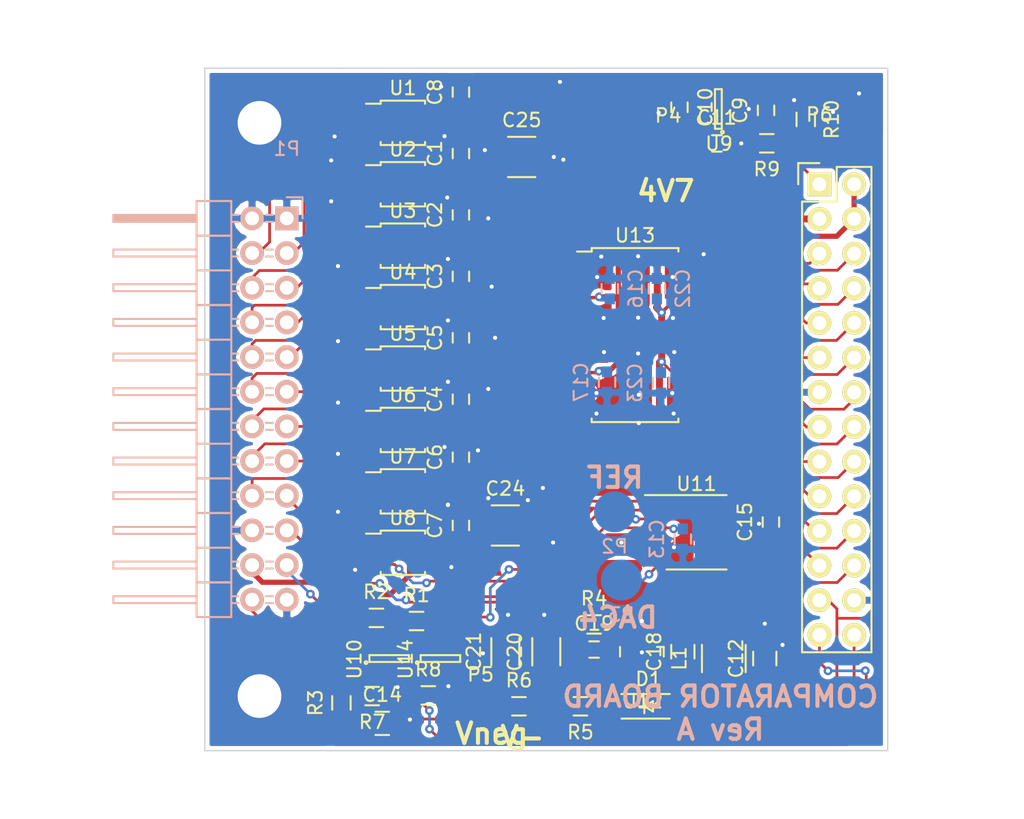
<source format=kicad_pcb>
(kicad_pcb (version 4) (host pcbnew "(2015-01-16 BZR 5376)-product")
  (layers (0 F.Cu signal) (31 B.Cu signal) (34 B.Paste user) (35 F.Paste user) (36 B.SilkS user) (37 F.SilkS user) (38 B.Mask user) (39 F.Mask user) (44 Edge.Cuts user))
  (net 0 "")
  (net 1 +5VA)
  (net 2 GND)
  (net 3 +5V)
  (net 4 "Net-(C10-Pad1)")
  (net 5 +3V3)
  (net 6 Vbias)
  (net 7 "Net-(C18-Pad1)")
  (net 8 "Net-(C18-Pad2)")
  (net 9 "Net-(C19-Pad1)")
  (net 10 "Net-(C19-Pad2)")
  (net 11 Vneg)
  (net 12 "Net-(D1-Pad1)")
  (net 13 Vmid)
  (net 14 /AMP_9)
  (net 15 /AMP_10)
  (net 16 /AMP_6)
  (net 17 /AMP_2)
  (net 18 /AMP_13)
  (net 19 /AMP_5)
  (net 20 /AMP_14)
  (net 21 /AMP_1)
  (net 22 /AMP_8)
  (net 23 /AMP_4)
  (net 24 /AMP_3)
  (net 25 /AMP_7)
  (net 26 /AMP_12)
  (net 27 /AMP_11)
  (net 28 /AMP_16)
  (net 29 /AMP_15)
  (net 30 "Net-(P2-Pad1)")
  (net 31 "Net-(P3-Pad1)")
  (net 32 /OUT_1)
  (net 33 /OUT_2)
  (net 34 /OUT_3)
  (net 35 /OUT_4)
  (net 36 /OUT_5)
  (net 37 /OUT_6)
  (net 38 /OUT_7)
  (net 39 /OUT_8)
  (net 40 /OUT_9)
  (net 41 /OUT_10)
  (net 42 /OUT_11)
  (net 43 /OUT_12)
  (net 44 /OUT_13)
  (net 45 /OUT_14)
  (net 46 /OUT_15)
  (net 47 /OUT_16)
  (net 48 /DAC_Din)
  (net 49 /DAC_SCLK)
  (net 50 /DAC_~SYNC)
  (net 51 REG_EN)
  (net 52 "Net-(R1-Pad1)")
  (net 53 Vbias_SET)
  (net 54 "Net-(R2-Pad1)")
  (net 55 Vset)
  (net 56 /COMP_2)
  (net 57 /COMP_1)
  (net 58 /COMP_4)
  (net 59 /COMP_3)
  (net 60 /COMP_6)
  (net 61 /COMP_5)
  (net 62 /COMP_8)
  (net 63 /COMP_7)
  (net 64 /COMP_10)
  (net 65 /COMP_9)
  (net 66 /COMP_12)
  (net 67 /COMP_11)
  (net 68 /COMP_14)
  (net 69 /COMP_13)
  (net 70 /COMP_16)
  (net 71 /COMP_15)
  (net 72 "Net-(R7-Pad1)")
  (net 73 /Vb_MON)
  (net 74 /TEMPS)
  (net 75 /MON_5VA)
  (net 76 "Net-(U11-Pad5)")
  (module Capacitors_SMD:C_0603 (layer F.Cu) (at 78.75 56.25 90)
    (fp_text reference C1 (at 0 -1.9 90) (layer F.SilkS))
    (fp_text value 1u)
    (pad 1 smd rect (at -0.75 0 90) (size 0.8 0.75) (layers F.Cu F.Paste F.Mask) (net 1 +5VA))
    (pad 2 smd rect (at 0.75 0 90) (size 0.8 0.75) (layers F.Cu F.Paste F.Mask) (net 2 GND))
  )
  (module Capacitors_SMD:C_0603 (layer F.Cu) (at 78.75 60.75 90)
    (fp_text reference C2 (at 0 -1.9 90) (layer F.SilkS))
    (fp_text value 1u)
    (pad 1 smd rect (at -0.75 0 90) (size 0.8 0.75) (layers F.Cu F.Paste F.Mask) (net 1 +5VA))
    (pad 2 smd rect (at 0.75 0 90) (size 0.8 0.75) (layers F.Cu F.Paste F.Mask) (net 2 GND))
  )
  (module Capacitors_SMD:C_0603 (layer F.Cu) (at 78.75 65.25 90)
    (fp_text reference C3 (at 0 -1.9 90) (layer F.SilkS))
    (fp_text value 1u)
    (pad 1 smd rect (at -0.75 0 90) (size 0.8 0.75) (layers F.Cu F.Paste F.Mask) (net 1 +5VA))
    (pad 2 smd rect (at 0.75 0 90) (size 0.8 0.75) (layers F.Cu F.Paste F.Mask) (net 2 GND))
  )
  (module Capacitors_SMD:C_0603 (layer F.Cu) (at 78.75 74.25 90)
    (fp_text reference C4 (at 0 -1.9 90) (layer F.SilkS))
    (fp_text value 1u)
    (pad 1 smd rect (at -0.75 0 90) (size 0.8 0.75) (layers F.Cu F.Paste F.Mask) (net 1 +5VA))
    (pad 2 smd rect (at 0.75 0 90) (size 0.8 0.75) (layers F.Cu F.Paste F.Mask) (net 2 GND))
  )
  (module Capacitors_SMD:C_0603 (layer F.Cu) (at 78.75 69.75 90)
    (fp_text reference C5 (at 0 -1.9 90) (layer F.SilkS))
    (fp_text value 1u)
    (pad 1 smd rect (at -0.75 0 90) (size 0.8 0.75) (layers F.Cu F.Paste F.Mask) (net 1 +5VA))
    (pad 2 smd rect (at 0.75 0 90) (size 0.8 0.75) (layers F.Cu F.Paste F.Mask) (net 2 GND))
  )
  (module Capacitors_SMD:C_0603 (layer F.Cu) (at 78.75 78.5 90)
    (fp_text reference C6 (at 0 -1.9 90) (layer F.SilkS))
    (fp_text value 1u)
    (pad 1 smd rect (at -0.75 0 90) (size 0.8 0.75) (layers F.Cu F.Paste F.Mask) (net 1 +5VA))
    (pad 2 smd rect (at 0.75 0 90) (size 0.8 0.75) (layers F.Cu F.Paste F.Mask) (net 2 GND))
  )
  (module Capacitors_SMD:C_0603 (layer F.Cu) (at 78.75 83.5 90)
    (fp_text reference C7 (at 0 -1.9 90) (layer F.SilkS))
    (fp_text value 1u)
    (pad 1 smd rect (at -0.75 0 90) (size 0.8 0.75) (layers F.Cu F.Paste F.Mask) (net 1 +5VA))
    (pad 2 smd rect (at 0.75 0 90) (size 0.8 0.75) (layers F.Cu F.Paste F.Mask) (net 2 GND))
  )
  (module Capacitors_SMD:C_0603 (layer F.Cu) (at 78.75 51.75 90)
    (fp_text reference C8 (at 0 -1.9 90) (layer F.SilkS))
    (fp_text value 1u)
    (pad 1 smd rect (at -0.75 0 90) (size 0.8 0.75) (layers F.Cu F.Paste F.Mask) (net 1 +5VA))
    (pad 2 smd rect (at 0.75 0 90) (size 0.8 0.75) (layers F.Cu F.Paste F.Mask) (net 2 GND))
  )
  (module Capacitors_SMD:C_0603 (layer F.Cu) (at 101.092 53.086 90)
    (fp_text reference C9 (at 0 -1.9 90) (layer F.SilkS))
    (fp_text value 1u)
    (pad 1 smd rect (at -0.75 0 90) (size 0.8 0.75) (layers F.Cu F.Paste F.Mask) (net 3 +5V))
    (pad 2 smd rect (at 0.75 0 90) (size 0.8 0.75) (layers F.Cu F.Paste F.Mask) (net 2 GND))
  )
  (module Capacitors_SMD:C_0603 (layer F.Cu) (at 94.752 52.859 270)
    (fp_text reference C10 (at 0 -1.9 270) (layer F.SilkS))
    (fp_text value 10n)
    (pad 1 smd rect (at -0.75 0 270) (size 0.8 0.75) (layers F.Cu F.Paste F.Mask) (net 4 "Net-(C10-Pad1)"))
    (pad 2 smd rect (at 0.75 0 270) (size 0.8 0.75) (layers F.Cu F.Paste F.Mask) (net 2 GND))
  )
  (module Capacitors_SMD:C_0603 (layer F.Cu) (at 97.49 55.51)
    (fp_text reference C11 (at 0 -1.9) (layer F.SilkS))
    (fp_text value 1u)
    (pad 1 smd rect (at -0.75 0) (size 0.8 0.75) (layers F.Cu F.Paste F.Mask) (net 1 +5VA))
    (pad 2 smd rect (at 0.75 0) (size 0.8 0.75) (layers F.Cu F.Paste F.Mask) (net 2 GND))
  )
  (module Capacitors_SMD:C_0805 (layer F.Cu) (at 101 93.25 90)
    (fp_text reference C12 (at 0 -2.1 90) (layer F.SilkS))
    (fp_text value 4.7u)
    (pad 1 smd rect (at -1 0 90) (size 1 1.25) (layers F.Cu F.Paste F.Mask) (net 5 +3V3))
    (pad 2 smd rect (at 1 0 90) (size 1 1.25) (layers F.Cu F.Paste F.Mask) (net 2 GND))
  )
  (module Capacitors_SMD:C_0603 (layer B.Cu) (at 95 84.5 270)
    (fp_text reference C13 (at 0 1.9 270) (layer B.SilkS) (effects (justify mirror)))
    (fp_text value 1u)
    (pad 1 smd rect (at -0.75 0 270) (size 0.8 0.75) (layers B.Cu B.Paste B.Mask) (net 1 +5VA))
    (pad 2 smd rect (at 0.75 0 270) (size 0.8 0.75) (layers B.Cu B.Paste B.Mask) (net 2 GND))
  )
  (module Capacitors_SMD:C_0805 (layer F.Cu) (at 72.99 98)
    (fp_text reference C14 (at 0 -2.1) (layer F.SilkS))
    (fp_text value 0.1u)
    (pad 1 smd rect (at -1 0) (size 1 1.25) (layers F.Cu F.Paste F.Mask) (net 6 Vbias))
    (pad 2 smd rect (at 1 0) (size 1 1.25) (layers F.Cu F.Paste F.Mask) (net 2 GND))
  )
  (module Capacitors_SMD:C_0603 (layer F.Cu) (at 101.45 83.25 90)
    (fp_text reference C15 (at 0 -1.9 90) (layer F.SilkS))
    (fp_text value 1u)
    (pad 1 smd rect (at -0.75 0 90) (size 0.8 0.75) (layers F.Cu F.Paste F.Mask) (net 5 +3V3))
    (pad 2 smd rect (at 0.75 0 90) (size 0.8 0.75) (layers F.Cu F.Paste F.Mask) (net 2 GND))
  )
  (module Capacitors_SMD:C_0603 (layer B.Cu) (at 89.65 66.15 90)
    (fp_text reference C16 (at 0 1.9 90) (layer B.SilkS) (effects (justify mirror)))
    (fp_text value 1u)
    (pad 1 smd rect (at -0.75 0 90) (size 0.8 0.75) (layers B.Cu B.Paste B.Mask) (net 3 +5V))
    (pad 2 smd rect (at 0.75 0 90) (size 0.8 0.75) (layers B.Cu B.Paste B.Mask) (net 2 GND))
  )
  (module Capacitors_SMD:C_0603 (layer B.Cu) (at 89.45 73 270)
    (fp_text reference C17 (at 0 1.9 270) (layer B.SilkS) (effects (justify mirror)))
    (fp_text value 1u)
    (pad 1 smd rect (at -0.75 0 270) (size 0.8 0.75) (layers B.Cu B.Paste B.Mask) (net 3 +5V))
    (pad 2 smd rect (at 0.75 0 270) (size 0.8 0.75) (layers B.Cu B.Paste B.Mask) (net 2 GND))
  )
  (module Capacitors_SMD:C_0805 (layer F.Cu) (at 95 92.75 90)
    (fp_text reference C18 (at 0 -2.1 90) (layer F.SilkS))
    (fp_text value 0.1u)
    (pad 1 smd rect (at -1 0 90) (size 1 1.25) (layers F.Cu F.Paste F.Mask) (net 7 "Net-(C18-Pad1)"))
    (pad 2 smd rect (at 1 0 90) (size 1 1.25) (layers F.Cu F.Paste F.Mask) (net 8 "Net-(C18-Pad2)"))
  )
  (module Capacitors_SMD:C_0603 (layer F.Cu) (at 88.5 92.59)
    (fp_text reference C19 (at 0 -1.9) (layer F.SilkS))
    (fp_text value 5p)
    (pad 1 smd rect (at -0.75 0) (size 0.8 0.75) (layers F.Cu F.Paste F.Mask) (net 9 "Net-(C19-Pad1)"))
    (pad 2 smd rect (at 0.75 0) (size 0.8 0.75) (layers F.Cu F.Paste F.Mask) (net 10 "Net-(C19-Pad2)"))
  )
  (module Capacitors_SMD:C_1206 (layer F.Cu) (at 85 92.75 90)
    (fp_text reference C20 (at 0 -2.3 90) (layer F.SilkS))
    (fp_text value 1u)
    (pad 1 smd rect (at -1.5 0 90) (size 1 1.6) (layers F.Cu F.Paste F.Mask) (net 9 "Net-(C19-Pad1)"))
    (pad 2 smd rect (at 1.5 0 90) (size 1 1.6) (layers F.Cu F.Paste F.Mask) (net 2 GND))
  )
  (module Capacitors_SMD:C_1206 (layer F.Cu) (at 82 92.75 90)
    (fp_text reference C21 (at 0 -2.3 90) (layer F.SilkS))
    (fp_text value 1u)
    (pad 1 smd rect (at -1.5 0 90) (size 1 1.6) (layers F.Cu F.Paste F.Mask) (net 11 Vneg))
    (pad 2 smd rect (at 1.5 0 90) (size 1 1.6) (layers F.Cu F.Paste F.Mask) (net 2 GND))
  )
  (module Capacitors_SMD:C_0603 (layer B.Cu) (at 93.1 66.15 90)
    (fp_text reference C22 (at 0 1.9 90) (layer B.SilkS) (effects (justify mirror)))
    (fp_text value 1u)
    (pad 1 smd rect (at -0.75 0 90) (size 0.8 0.75) (layers B.Cu B.Paste B.Mask) (net 5 +3V3))
    (pad 2 smd rect (at 0.75 0 90) (size 0.8 0.75) (layers B.Cu B.Paste B.Mask) (net 2 GND))
  )
  (module Capacitors_SMD:C_0603 (layer B.Cu) (at 93.4 73.05 270)
    (fp_text reference C23 (at 0 1.9 270) (layer B.SilkS) (effects (justify mirror)))
    (fp_text value 1u)
    (pad 1 smd rect (at -0.75 0 270) (size 0.8 0.75) (layers B.Cu B.Paste B.Mask) (net 5 +3V3))
    (pad 2 smd rect (at 0.75 0 270) (size 0.8 0.75) (layers B.Cu B.Paste B.Mask) (net 2 GND))
  )
  (module Diodes_SMD:SOD-123 (layer F.Cu) (at 92.5 96.75)
    (fp_text reference D1 (at 0 -2) (layer F.SilkS))
    (fp_text value MBR0540)
    (pad 1 smd rect (at -1.635 0) (size 0.91 1.22) (layers F.Cu F.Paste F.Mask) (net 12 "Net-(D1-Pad1)"))
    (pad 2 smd rect (at 1.635 0) (size 0.91 1.22) (layers F.Cu F.Paste F.Mask) (net 7 "Net-(C18-Pad1)"))
  )
  (module Inductors_NEOSID:Neosid_Inductor_SM-NE45_SMD1812 (layer F.Cu) (at 98 93.25 90)
    (fp_text reference L1 (at 0 -3.2512 90) (layer F.SilkS))
    (fp_text value 10u)
    (pad 1 smd rect (at -2.25044 0 90) (size 1.50114 2.79908) (layers F.Cu F.Paste F.Mask) (net 5 +3V3))
    (pad 2 smd rect (at 2.25044 0 90) (size 1.50114 2.79908) (layers F.Cu F.Paste F.Mask) (net 8 "Net-(C18-Pad2)"))
  )
  (module Resistors_SMD:R_0603 (layer F.Cu) (at 75.5 90.5)
    (fp_text reference R1 (at 0 -1.9) (layer F.SilkS))
    (fp_text value 1k)
    (pad 1 smd rect (at -0.75 0) (size 0.5 0.9) (layers F.Cu F.Paste F.Mask) (net 52 "Net-(R1-Pad1)"))
    (pad 2 smd rect (at 0.75 0) (size 0.5 0.9) (layers F.Cu F.Paste F.Mask) (net 53 Vbias_SET))
  )
  (module Resistors_SMD:R_0603 (layer F.Cu) (at 72.56 90.27)
    (fp_text reference R2 (at 0 -1.9) (layer F.SilkS))
    (fp_text value 15k)
    (pad 1 smd rect (at -0.75 0) (size 0.5 0.9) (layers F.Cu F.Paste F.Mask) (net 54 "Net-(R2-Pad1)"))
    (pad 2 smd rect (at 0.75 0) (size 0.5 0.9) (layers F.Cu F.Paste F.Mask) (net 52 "Net-(R1-Pad1)"))
  )
  (module Resistors_SMD:R_0603 (layer F.Cu) (at 70 96.5 90)
    (fp_text reference R3 (at 0 -1.9 90) (layer F.SilkS))
    (fp_text value 1k)
    (pad 1 smd rect (at -0.75 0 90) (size 0.5 0.9) (layers F.Cu F.Paste F.Mask) (net 6 Vbias))
    (pad 2 smd rect (at 0.75 0 90) (size 0.5 0.9) (layers F.Cu F.Paste F.Mask) (net 54 "Net-(R2-Pad1)"))
  )
  (module Resistors_SMD:R_0603 (layer F.Cu) (at 88.5 90.75)
    (fp_text reference R4 (at 0 -1.9) (layer F.SilkS))
    (fp_text value 3.4M)
    (pad 1 smd rect (at -0.75 0) (size 0.5 0.9) (layers F.Cu F.Paste F.Mask) (net 9 "Net-(C19-Pad1)"))
    (pad 2 smd rect (at 0.75 0) (size 0.5 0.9) (layers F.Cu F.Paste F.Mask) (net 10 "Net-(C19-Pad2)"))
  )
  (module Resistors_SMD:R_0603 (layer F.Cu) (at 87.5 96.75 180)
    (fp_text reference R5 (at 0 -1.9 180) (layer F.SilkS))
    (fp_text value 39)
    (pad 1 smd rect (at -0.75 0 180) (size 0.5 0.9) (layers F.Cu F.Paste F.Mask) (net 12 "Net-(D1-Pad1)"))
    (pad 2 smd rect (at 0.75 0 180) (size 0.5 0.9) (layers F.Cu F.Paste F.Mask) (net 9 "Net-(C19-Pad1)"))
  )
  (module Resistors_SMD:R_0603 (layer F.Cu) (at 83 96.75)
    (fp_text reference R6 (at 0 -1.9) (layer F.SilkS))
    (fp_text value 100)
    (pad 1 smd rect (at -0.75 0) (size 0.5 0.9) (layers F.Cu F.Paste F.Mask) (net 11 Vneg))
    (pad 2 smd rect (at 0.75 0) (size 0.5 0.9) (layers F.Cu F.Paste F.Mask) (net 9 "Net-(C19-Pad1)"))
  )
  (module SSOP_Packages:TSSOP-8_3x3mm_Pitch0.65mm (layer F.Cu) (at 74.5 54)
    (fp_text reference U1 (at 0 -2.55) (layer F.SilkS))
    (fp_text value MAX9012)
    (pad 1 smd rect (at -2.15 -0.975) (size 1.1 0.4) (layers F.Cu F.Paste F.Mask) (net 28 /AMP_16))
    (pad 2 smd rect (at -2.15 -0.325) (size 1.1 0.4) (layers F.Cu F.Paste F.Mask) (net 55 Vset))
    (pad 3 smd rect (at -2.15 0.325) (size 1.1 0.4) (layers F.Cu F.Paste F.Mask) (net 29 /AMP_15))
    (pad 4 smd rect (at -2.15 0.975) (size 1.1 0.4) (layers F.Cu F.Paste F.Mask) (net 55 Vset))
    (pad 5 smd rect (at 2.15 0.975) (size 1.1 0.4) (layers F.Cu F.Paste F.Mask) (net 2 GND))
    (pad 6 smd rect (at 2.15 0.325) (size 1.1 0.4) (layers F.Cu F.Paste F.Mask) (net 71 /COMP_15))
    (pad 7 smd rect (at 2.15 -0.325) (size 1.1 0.4) (layers F.Cu F.Paste F.Mask) (net 70 /COMP_16))
    (pad 8 smd rect (at 2.15 -0.975) (size 1.1 0.4) (layers F.Cu F.Paste F.Mask) (net 1 +5VA))
  )
  (module SSOP_Packages:TSSOP-8_3x3mm_Pitch0.65mm (layer F.Cu) (at 74.5 58.5)
    (fp_text reference U2 (at 0 -2.55) (layer F.SilkS))
    (fp_text value MAX9012)
    (pad 1 smd rect (at -2.15 -0.975) (size 1.1 0.4) (layers F.Cu F.Paste F.Mask) (net 26 /AMP_12))
    (pad 2 smd rect (at -2.15 -0.325) (size 1.1 0.4) (layers F.Cu F.Paste F.Mask) (net 55 Vset))
    (pad 3 smd rect (at -2.15 0.325) (size 1.1 0.4) (layers F.Cu F.Paste F.Mask) (net 27 /AMP_11))
    (pad 4 smd rect (at -2.15 0.975) (size 1.1 0.4) (layers F.Cu F.Paste F.Mask) (net 55 Vset))
    (pad 5 smd rect (at 2.15 0.975) (size 1.1 0.4) (layers F.Cu F.Paste F.Mask) (net 2 GND))
    (pad 6 smd rect (at 2.15 0.325) (size 1.1 0.4) (layers F.Cu F.Paste F.Mask) (net 67 /COMP_11))
    (pad 7 smd rect (at 2.15 -0.325) (size 1.1 0.4) (layers F.Cu F.Paste F.Mask) (net 66 /COMP_12))
    (pad 8 smd rect (at 2.15 -0.975) (size 1.1 0.4) (layers F.Cu F.Paste F.Mask) (net 1 +5VA))
  )
  (module SSOP_Packages:TSSOP-8_3x3mm_Pitch0.65mm (layer F.Cu) (at 74.5 63)
    (fp_text reference U3 (at 0 -2.55) (layer F.SilkS))
    (fp_text value MAX9012)
    (pad 1 smd rect (at -2.15 -0.975) (size 1.1 0.4) (layers F.Cu F.Paste F.Mask) (net 24 /AMP_3))
    (pad 2 smd rect (at -2.15 -0.325) (size 1.1 0.4) (layers F.Cu F.Paste F.Mask) (net 55 Vset))
    (pad 3 smd rect (at -2.15 0.325) (size 1.1 0.4) (layers F.Cu F.Paste F.Mask) (net 25 /AMP_7))
    (pad 4 smd rect (at -2.15 0.975) (size 1.1 0.4) (layers F.Cu F.Paste F.Mask) (net 55 Vset))
    (pad 5 smd rect (at 2.15 0.975) (size 1.1 0.4) (layers F.Cu F.Paste F.Mask) (net 2 GND))
    (pad 6 smd rect (at 2.15 0.325) (size 1.1 0.4) (layers F.Cu F.Paste F.Mask) (net 63 /COMP_7))
    (pad 7 smd rect (at 2.15 -0.325) (size 1.1 0.4) (layers F.Cu F.Paste F.Mask) (net 59 /COMP_3))
    (pad 8 smd rect (at 2.15 -0.975) (size 1.1 0.4) (layers F.Cu F.Paste F.Mask) (net 1 +5VA))
  )
  (module SSOP_Packages:TSSOP-8_3x3mm_Pitch0.65mm (layer F.Cu) (at 74.5 67.5)
    (fp_text reference U4 (at 0 -2.55) (layer F.SilkS))
    (fp_text value MAX9012)
    (pad 1 smd rect (at -2.15 -0.975) (size 1.1 0.4) (layers F.Cu F.Paste F.Mask) (net 22 /AMP_8))
    (pad 2 smd rect (at -2.15 -0.325) (size 1.1 0.4) (layers F.Cu F.Paste F.Mask) (net 55 Vset))
    (pad 3 smd rect (at -2.15 0.325) (size 1.1 0.4) (layers F.Cu F.Paste F.Mask) (net 23 /AMP_4))
    (pad 4 smd rect (at -2.15 0.975) (size 1.1 0.4) (layers F.Cu F.Paste F.Mask) (net 55 Vset))
    (pad 5 smd rect (at 2.15 0.975) (size 1.1 0.4) (layers F.Cu F.Paste F.Mask) (net 2 GND))
    (pad 6 smd rect (at 2.15 0.325) (size 1.1 0.4) (layers F.Cu F.Paste F.Mask) (net 58 /COMP_4))
    (pad 7 smd rect (at 2.15 -0.325) (size 1.1 0.4) (layers F.Cu F.Paste F.Mask) (net 62 /COMP_8))
    (pad 8 smd rect (at 2.15 -0.975) (size 1.1 0.4) (layers F.Cu F.Paste F.Mask) (net 1 +5VA))
  )
  (module SSOP_Packages:TSSOP-8_3x3mm_Pitch0.65mm (layer F.Cu) (at 74.5 72)
    (fp_text reference U5 (at 0 -2.55) (layer F.SilkS))
    (fp_text value MAX9012)
    (pad 1 smd rect (at -2.15 -0.975) (size 1.1 0.4) (layers F.Cu F.Paste F.Mask) (net 20 /AMP_14))
    (pad 2 smd rect (at -2.15 -0.325) (size 1.1 0.4) (layers F.Cu F.Paste F.Mask) (net 55 Vset))
    (pad 3 smd rect (at -2.15 0.325) (size 1.1 0.4) (layers F.Cu F.Paste F.Mask) (net 21 /AMP_1))
    (pad 4 smd rect (at -2.15 0.975) (size 1.1 0.4) (layers F.Cu F.Paste F.Mask) (net 55 Vset))
    (pad 5 smd rect (at 2.15 0.975) (size 1.1 0.4) (layers F.Cu F.Paste F.Mask) (net 2 GND))
    (pad 6 smd rect (at 2.15 0.325) (size 1.1 0.4) (layers F.Cu F.Paste F.Mask) (net 57 /COMP_1))
    (pad 7 smd rect (at 2.15 -0.325) (size 1.1 0.4) (layers F.Cu F.Paste F.Mask) (net 68 /COMP_14))
    (pad 8 smd rect (at 2.15 -0.975) (size 1.1 0.4) (layers F.Cu F.Paste F.Mask) (net 1 +5VA))
  )
  (module SSOP_Packages:TSSOP-8_3x3mm_Pitch0.65mm (layer F.Cu) (at 74.5 76.5)
    (fp_text reference U6 (at 0 -2.55) (layer F.SilkS))
    (fp_text value MAX9012)
    (pad 1 smd rect (at -2.15 -0.975) (size 1.1 0.4) (layers F.Cu F.Paste F.Mask) (net 18 /AMP_13))
    (pad 2 smd rect (at -2.15 -0.325) (size 1.1 0.4) (layers F.Cu F.Paste F.Mask) (net 55 Vset))
    (pad 3 smd rect (at -2.15 0.325) (size 1.1 0.4) (layers F.Cu F.Paste F.Mask) (net 19 /AMP_5))
    (pad 4 smd rect (at -2.15 0.975) (size 1.1 0.4) (layers F.Cu F.Paste F.Mask) (net 55 Vset))
    (pad 5 smd rect (at 2.15 0.975) (size 1.1 0.4) (layers F.Cu F.Paste F.Mask) (net 2 GND))
    (pad 6 smd rect (at 2.15 0.325) (size 1.1 0.4) (layers F.Cu F.Paste F.Mask) (net 61 /COMP_5))
    (pad 7 smd rect (at 2.15 -0.325) (size 1.1 0.4) (layers F.Cu F.Paste F.Mask) (net 69 /COMP_13))
    (pad 8 smd rect (at 2.15 -0.975) (size 1.1 0.4) (layers F.Cu F.Paste F.Mask) (net 1 +5VA))
  )
  (module SSOP_Packages:TSSOP-8_3x3mm_Pitch0.65mm (layer F.Cu) (at 74.5 81)
    (fp_text reference U7 (at 0 -2.55) (layer F.SilkS))
    (fp_text value MAX9012)
    (pad 1 smd rect (at -2.15 -0.975) (size 1.1 0.4) (layers F.Cu F.Paste F.Mask) (net 16 /AMP_6))
    (pad 2 smd rect (at -2.15 -0.325) (size 1.1 0.4) (layers F.Cu F.Paste F.Mask) (net 55 Vset))
    (pad 3 smd rect (at -2.15 0.325) (size 1.1 0.4) (layers F.Cu F.Paste F.Mask) (net 17 /AMP_2))
    (pad 4 smd rect (at -2.15 0.975) (size 1.1 0.4) (layers F.Cu F.Paste F.Mask) (net 55 Vset))
    (pad 5 smd rect (at 2.15 0.975) (size 1.1 0.4) (layers F.Cu F.Paste F.Mask) (net 2 GND))
    (pad 6 smd rect (at 2.15 0.325) (size 1.1 0.4) (layers F.Cu F.Paste F.Mask) (net 56 /COMP_2))
    (pad 7 smd rect (at 2.15 -0.325) (size 1.1 0.4) (layers F.Cu F.Paste F.Mask) (net 60 /COMP_6))
    (pad 8 smd rect (at 2.15 -0.975) (size 1.1 0.4) (layers F.Cu F.Paste F.Mask) (net 1 +5VA))
  )
  (module SSOP_Packages:TSSOP-8_3x3mm_Pitch0.65mm (layer F.Cu) (at 74.5 85.5)
    (fp_text reference U8 (at 0 -2.55) (layer F.SilkS))
    (fp_text value MAX9012)
    (pad 1 smd rect (at -2.15 -0.975) (size 1.1 0.4) (layers F.Cu F.Paste F.Mask) (net 14 /AMP_9))
    (pad 2 smd rect (at -2.15 -0.325) (size 1.1 0.4) (layers F.Cu F.Paste F.Mask) (net 55 Vset))
    (pad 3 smd rect (at -2.15 0.325) (size 1.1 0.4) (layers F.Cu F.Paste F.Mask) (net 15 /AMP_10))
    (pad 4 smd rect (at -2.15 0.975) (size 1.1 0.4) (layers F.Cu F.Paste F.Mask) (net 55 Vset))
    (pad 5 smd rect (at 2.15 0.975) (size 1.1 0.4) (layers F.Cu F.Paste F.Mask) (net 2 GND))
    (pad 6 smd rect (at 2.15 0.325) (size 1.1 0.4) (layers F.Cu F.Paste F.Mask) (net 64 /COMP_10))
    (pad 7 smd rect (at 2.15 -0.325) (size 1.1 0.4) (layers F.Cu F.Paste F.Mask) (net 65 /COMP_9))
    (pad 8 smd rect (at 2.15 -0.975) (size 1.1 0.4) (layers F.Cu F.Paste F.Mask) (net 1 +5VA))
  )
  (module Housings_SOT-23_SOT-143_TSOT-6:SOT-23-5 (layer F.Cu) (at 97.602 52.984 180)
    (fp_text reference U9 (at -0.05 -2.55 180) (layer F.SilkS))
    (fp_text value LD3985M47R)
    (pad 1 smd rect (at -1.1 -0.95 180) (size 1.06 0.65) (layers F.Cu F.Paste F.Mask) (net 3 +5V))
    (pad 2 smd rect (at -1.1 0 180) (size 1.06 0.65) (layers F.Cu F.Paste F.Mask) (net 2 GND))
    (pad 3 smd rect (at -1.1 0.95 180) (size 1.06 0.65) (layers F.Cu F.Paste F.Mask) (net 51 REG_EN))
    (pad 4 smd rect (at 1.1 0.95 180) (size 1.06 0.65) (layers F.Cu F.Paste F.Mask) (net 4 "Net-(C10-Pad1)"))
    (pad 5 smd rect (at 1.1 -0.95 180) (size 1.06 0.65) (layers F.Cu F.Paste F.Mask) (net 1 +5VA))
  )
  (module Housings_SOT-23_SOT-143_TSOT-6:SOT-23-5 (layer F.Cu) (at 73.5 93.25 90)
    (fp_text reference U10 (at -0.05 -2.55 90) (layer F.SilkS))
    (fp_text value LT6015)
    (pad 1 smd rect (at -1.1 -0.95 90) (size 1.06 0.65) (layers F.Cu F.Paste F.Mask) (net 54 "Net-(R2-Pad1)"))
    (pad 2 smd rect (at -1.1 0 90) (size 1.06 0.65) (layers F.Cu F.Paste F.Mask) (net 11 Vneg))
    (pad 3 smd rect (at -1.1 0.95 90) (size 1.06 0.65) (layers F.Cu F.Paste F.Mask) (net 2 GND))
    (pad 4 smd rect (at 1.1 0.95 90) (size 1.06 0.65) (layers F.Cu F.Paste F.Mask) (net 52 "Net-(R1-Pad1)"))
    (pad 5 smd rect (at 1.1 -0.95 90) (size 1.06 0.65) (layers F.Cu F.Paste F.Mask) (net 1 +5VA))
  )
  (module SSOP_Packages:TSSOP-16_4.4x5mm_Pitch0.65mm (layer F.Cu) (at 96 84)
    (fp_text reference U11 (at 0 -3.55) (layer F.SilkS))
    (fp_text value DAC7564)
    (pad 1 smd rect (at -2.95 -2.275) (size 1.5 0.45) (layers F.Cu F.Paste F.Mask) (net 53 Vbias_SET))
    (pad 2 smd rect (at -2.95 -1.625) (size 1.5 0.45) (layers F.Cu F.Paste F.Mask) (net 55 Vset))
    (pad 3 smd rect (at -2.95 -0.975) (size 1.5 0.45) (layers F.Cu F.Paste F.Mask) (net 30 "Net-(P2-Pad1)"))
    (pad 4 smd rect (at -2.95 -0.325) (size 1.5 0.45) (layers F.Cu F.Paste F.Mask) (net 1 +5VA))
    (pad 5 smd rect (at -2.95 0.325) (size 1.5 0.45) (layers F.Cu F.Paste F.Mask) (net 76 "Net-(U11-Pad5)"))
    (pad 6 smd rect (at -2.95 0.975) (size 1.5 0.45) (layers F.Cu F.Paste F.Mask) (net 2 GND))
    (pad 7 smd rect (at -2.95 1.625) (size 1.5 0.45) (layers F.Cu F.Paste F.Mask) (net 13 Vmid))
    (pad 8 smd rect (at -2.95 2.275) (size 1.5 0.45) (layers F.Cu F.Paste F.Mask) (net 31 "Net-(P3-Pad1)"))
    (pad 9 smd rect (at 2.95 2.275) (size 1.5 0.45) (layers F.Cu F.Paste F.Mask) (net 50 /DAC_~SYNC))
    (pad 10 smd rect (at 2.95 1.625) (size 1.5 0.45) (layers F.Cu F.Paste F.Mask) (net 49 /DAC_SCLK))
    (pad 11 smd rect (at 2.95 0.975) (size 1.5 0.45) (layers F.Cu F.Paste F.Mask) (net 48 /DAC_Din))
    (pad 12 smd rect (at 2.95 0.325) (size 1.5 0.45) (layers F.Cu F.Paste F.Mask) (net 5 +3V3))
    (pad 13 smd rect (at 2.95 -0.325) (size 1.5 0.45) (layers F.Cu F.Paste F.Mask) (net 2 GND))
    (pad 14 smd rect (at 2.95 -0.975) (size 1.5 0.45) (layers F.Cu F.Paste F.Mask) (net 2 GND))
    (pad 15 smd rect (at 2.95 -1.625) (size 1.5 0.45) (layers F.Cu F.Paste F.Mask) (net 2 GND))
    (pad 16 smd rect (at 2.95 -2.275) (size 1.5 0.45) (layers F.Cu F.Paste F.Mask) (net 2 GND))
  )
  (module Housings_SOT-23_SOT-143_TSOT-6:TSOT-6-MK06A (layer F.Cu) (at 92 92.75 180)
    (fp_text reference U12 (at -0.07112 -3.62966 180) (layer F.SilkS))
    (fp_text value LT3483)
    (pad 1 smd rect (at -0.94996 1.30048 180) (size 0.69088 1.00076) (layers F.Cu F.Paste F.Mask) (net 8 "Net-(C18-Pad2)"))
    (pad 2 smd rect (at 0 1.30048 180) (size 0.69088 1.00076) (layers F.Cu F.Paste F.Mask) (net 2 GND))
    (pad 3 smd rect (at 0.94996 1.30048 180) (size 0.69088 1.00076) (layers F.Cu F.Paste F.Mask) (net 10 "Net-(C19-Pad2)"))
    (pad 4 smd rect (at 0.94996 -1.30048 180) (size 0.69088 1.00076) (layers F.Cu F.Paste F.Mask) (net 51 REG_EN))
    (pad 5 smd rect (at 0 -1.30048 180) (size 0.69088 1.00076) (layers F.Cu F.Paste F.Mask) (net 7 "Net-(C18-Pad1)"))
    (pad 6 smd rect (at -0.94996 -1.30048 180) (size 0.69088 1.00076) (layers F.Cu F.Paste F.Mask) (net 5 +3V3))
  )
  (module SSOP_Packages:TSSOP-48_6.1x12.5mm_Pitch0.5mm (layer F.Cu) (at 91.5 69.55)
    (fp_text reference U13 (at 0 -7.3) (layer F.SilkS))
    (fp_text value SN74LVCH16T245)
    (pad 1 smd rect (at -3.75 -5.75) (size 1 0.285) (layers F.Cu F.Paste F.Mask) (net 2 GND))
    (pad 2 smd rect (at -3.75 -5.25) (size 1 0.285) (layers F.Cu F.Paste F.Mask) (net 70 /COMP_16))
    (pad 3 smd rect (at -3.75 -4.75) (size 1 0.285) (layers F.Cu F.Paste F.Mask) (net 71 /COMP_15))
    (pad 4 smd rect (at -3.75 -4.25) (size 1 0.285) (layers F.Cu F.Paste F.Mask) (net 2 GND))
    (pad 5 smd rect (at -3.75 -3.75) (size 1 0.285) (layers F.Cu F.Paste F.Mask) (net 66 /COMP_12))
    (pad 6 smd rect (at -3.75 -3.25) (size 1 0.285) (layers F.Cu F.Paste F.Mask) (net 67 /COMP_11))
    (pad 7 smd rect (at -3.75 -2.75) (size 1 0.285) (layers F.Cu F.Paste F.Mask) (net 3 +5V))
    (pad 8 smd rect (at -3.75 -2.25) (size 1 0.285) (layers F.Cu F.Paste F.Mask) (net 59 /COMP_3))
    (pad 9 smd rect (at -3.75 -1.75) (size 1 0.285) (layers F.Cu F.Paste F.Mask) (net 63 /COMP_7))
    (pad 10 smd rect (at -3.75 -1.25) (size 1 0.285) (layers F.Cu F.Paste F.Mask) (net 2 GND))
    (pad 11 smd rect (at -3.75 -0.75) (size 1 0.285) (layers F.Cu F.Paste F.Mask) (net 62 /COMP_8))
    (pad 12 smd rect (at -3.75 -0.25) (size 1 0.285) (layers F.Cu F.Paste F.Mask) (net 58 /COMP_4))
    (pad 13 smd rect (at -3.75 0.25) (size 1 0.285) (layers F.Cu F.Paste F.Mask) (net 68 /COMP_14))
    (pad 14 smd rect (at -3.75 0.75) (size 1 0.285) (layers F.Cu F.Paste F.Mask) (net 57 /COMP_1))
    (pad 15 smd rect (at -3.75 1.25) (size 1 0.285) (layers F.Cu F.Paste F.Mask) (net 2 GND))
    (pad 16 smd rect (at -3.75 1.75) (size 1 0.285) (layers F.Cu F.Paste F.Mask) (net 69 /COMP_13))
    (pad 17 smd rect (at -3.75 2.25) (size 1 0.285) (layers F.Cu F.Paste F.Mask) (net 61 /COMP_5))
    (pad 18 smd rect (at -3.75 2.75) (size 1 0.285) (layers F.Cu F.Paste F.Mask) (net 3 +5V))
    (pad 19 smd rect (at -3.75 3.25) (size 1 0.285) (layers F.Cu F.Paste F.Mask) (net 60 /COMP_6))
    (pad 20 smd rect (at -3.75 3.75) (size 1 0.285) (layers F.Cu F.Paste F.Mask) (net 56 /COMP_2))
    (pad 21 smd rect (at -3.75 4.25) (size 1 0.285) (layers F.Cu F.Paste F.Mask) (net 2 GND))
    (pad 22 smd rect (at -3.75 4.75) (size 1 0.285) (layers F.Cu F.Paste F.Mask) (net 65 /COMP_9))
    (pad 23 smd rect (at -3.75 5.25) (size 1 0.285) (layers F.Cu F.Paste F.Mask) (net 64 /COMP_10))
    (pad 24 smd rect (at -3.75 5.75) (size 1 0.285) (layers F.Cu F.Paste F.Mask) (net 2 GND))
    (pad 25 smd rect (at 3.75 5.75) (size 1 0.285) (layers F.Cu F.Paste F.Mask) (net 2 GND))
    (pad 26 smd rect (at 3.75 5.25) (size 1 0.285) (layers F.Cu F.Paste F.Mask) (net 41 /OUT_10))
    (pad 27 smd rect (at 3.75 4.75) (size 1 0.285) (layers F.Cu F.Paste F.Mask) (net 40 /OUT_9))
    (pad 28 smd rect (at 3.75 4.25) (size 1 0.285) (layers F.Cu F.Paste F.Mask) (net 2 GND))
    (pad 29 smd rect (at 3.75 3.75) (size 1 0.285) (layers F.Cu F.Paste F.Mask) (net 33 /OUT_2))
    (pad 30 smd rect (at 3.75 3.25) (size 1 0.285) (layers F.Cu F.Paste F.Mask) (net 37 /OUT_6))
    (pad 31 smd rect (at 3.75 2.75) (size 1 0.285) (layers F.Cu F.Paste F.Mask) (net 5 +3V3))
    (pad 32 smd rect (at 3.75 2.25) (size 1 0.285) (layers F.Cu F.Paste F.Mask) (net 36 /OUT_5))
    (pad 33 smd rect (at 3.75 1.75) (size 1 0.285) (layers F.Cu F.Paste F.Mask) (net 44 /OUT_13))
    (pad 34 smd rect (at 3.75 1.25) (size 1 0.285) (layers F.Cu F.Paste F.Mask) (net 2 GND))
    (pad 35 smd rect (at 3.75 0.75) (size 1 0.285) (layers F.Cu F.Paste F.Mask) (net 32 /OUT_1))
    (pad 36 smd rect (at 3.75 0.25) (size 1 0.285) (layers F.Cu F.Paste F.Mask) (net 45 /OUT_14))
    (pad 37 smd rect (at 3.75 -0.25) (size 1 0.285) (layers F.Cu F.Paste F.Mask) (net 35 /OUT_4))
    (pad 38 smd rect (at 3.75 -0.75) (size 1 0.285) (layers F.Cu F.Paste F.Mask) (net 39 /OUT_8))
    (pad 39 smd rect (at 3.75 -1.25) (size 1 0.285) (layers F.Cu F.Paste F.Mask) (net 2 GND))
    (pad 40 smd rect (at 3.75 -1.75) (size 1 0.285) (layers F.Cu F.Paste F.Mask) (net 38 /OUT_7))
    (pad 41 smd rect (at 3.75 -2.25) (size 1 0.285) (layers F.Cu F.Paste F.Mask) (net 34 /OUT_3))
    (pad 42 smd rect (at 3.75 -2.75) (size 1 0.285) (layers F.Cu F.Paste F.Mask) (net 5 +3V3))
    (pad 43 smd rect (at 3.75 -3.25) (size 1 0.285) (layers F.Cu F.Paste F.Mask) (net 42 /OUT_11))
    (pad 44 smd rect (at 3.75 -3.75) (size 1 0.285) (layers F.Cu F.Paste F.Mask) (net 43 /OUT_12))
    (pad 45 smd rect (at 3.75 -4.25) (size 1 0.285) (layers F.Cu F.Paste F.Mask) (net 2 GND))
    (pad 46 smd rect (at 3.75 -4.75) (size 1 0.285) (layers F.Cu F.Paste F.Mask) (net 46 /OUT_15))
    (pad 47 smd rect (at 3.75 -5.25) (size 1 0.285) (layers F.Cu F.Paste F.Mask) (net 47 /OUT_16))
    (pad 48 smd rect (at 3.75 -5.75) (size 1 0.285) (layers F.Cu F.Paste F.Mask) (net 2 GND))
  )
  (module Measurement_Points:Measurement_Point_Round-SMD-Pad_Big (layer B.Cu) (at 90 82.5)
    (fp_text reference P2 (at 0 2.54) (layer B.SilkS) (effects (justify mirror)))
    (fp_text value REFO)
    (pad 1 smd circle (at 0 0) (size 2.99974 2.99974) (layers B.Cu B.Paste B.Mask) (net 30 "Net-(P2-Pad1)"))
  )
  (module Measurement_Points:Measurement_Point_Round-SMD-Pad_Big (layer B.Cu) (at 90.5 87.5)
    (fp_text reference P3 (at 0 2.54) (layer B.SilkS) (effects (justify mirror)))
    (fp_text value AUXDAC)
    (pad 1 smd circle (at 0 0) (size 2.99974 2.99974) (layers B.Cu B.Paste B.Mask) (net 31 "Net-(P3-Pad1)"))
  )
  (module Measurement_Points:Measurement_Point_Round-SMD-Pad_Big (layer F.Cu) (at 93.927 56.009)
    (fp_text reference P4 (at 0 -2.54) (layer F.SilkS))
    (fp_text value 5VA)
    (pad 1 smd circle (at 0 0) (size 2.99974 2.99974) (layers F.Cu F.Paste F.Mask) (net 1 +5VA))
  )
  (module Measurement_Points:Measurement_Point_Round-SMD-Pad_Big (layer F.Cu) (at 80.19 96.96)
    (fp_text reference P5 (at 0 -2.54) (layer F.SilkS))
    (fp_text value Vneg)
    (pad 1 smd circle (at 0 0) (size 2.99974 2.99974) (layers F.Cu F.Paste F.Mask) (net 11 Vneg))
  )
  (module Resistors_SMD:R_0603 (layer F.Cu) (at 72.25 96 180)
    (fp_text reference R7 (at 0 -1.9 180) (layer F.SilkS))
    (fp_text value 100k)
    (pad 1 smd rect (at -0.75 0 180) (size 0.5 0.9) (layers F.Cu F.Paste F.Mask) (net 72 "Net-(R7-Pad1)"))
    (pad 2 smd rect (at 0.75 0 180) (size 0.5 0.9) (layers F.Cu F.Paste F.Mask) (net 6 Vbias))
  )
  (module Resistors_SMD:R_0603 (layer F.Cu) (at 76.36 95.95)
    (fp_text reference R8 (at 0 -1.9) (layer F.SilkS))
    (fp_text value 15k)
    (pad 1 smd rect (at -0.75 0) (size 0.5 0.9) (layers F.Cu F.Paste F.Mask) (net 73 /Vb_MON))
    (pad 2 smd rect (at 0.75 0) (size 0.5 0.9) (layers F.Cu F.Paste F.Mask) (net 72 "Net-(R7-Pad1)"))
  )
  (module Housings_SOT-23_SOT-143_TSOT-6:SOT-23-5 (layer F.Cu) (at 77.25 93.25 90)
    (fp_text reference U14 (at -0.05 -2.55 90) (layer F.SilkS))
    (fp_text value LT6003)
    (pad 1 smd rect (at -1.1 -0.95 90) (size 1.06 0.65) (layers F.Cu F.Paste F.Mask) (net 73 /Vb_MON))
    (pad 2 smd rect (at -1.1 0 90) (size 1.06 0.65) (layers F.Cu F.Paste F.Mask) (net 2 GND))
    (pad 3 smd rect (at -1.1 0.95 90) (size 1.06 0.65) (layers F.Cu F.Paste F.Mask) (net 2 GND))
    (pad 4 smd rect (at 1.1 0.95 90) (size 1.06 0.65) (layers F.Cu F.Paste F.Mask) (net 72 "Net-(R7-Pad1)"))
    (pad 5 smd rect (at 1.1 -0.95 90) (size 1.06 0.65) (layers F.Cu F.Paste F.Mask) (net 1 +5VA))
  )
  (module Pin_Headers:Pin_Header_Angled_2x12 (layer B.Cu) (at 66 61 180)
    (fp_text reference P1 (at 0 5.1 180) (layer B.SilkS) (effects (justify mirror)))
    (fp_text value CONN_02X12)
    (pad 1 thru_hole rect (at 0 0 180) (size 1.7272 1.7272) (drill 1.016) (layers *.Cu *.Mask B.SilkS) (net 2 GND))
    (pad 2 thru_hole oval (at 2.54 0 180) (size 1.7272 1.7272) (drill 1.016) (layers *.Cu *.Mask B.SilkS) (net 2 GND))
    (pad 3 thru_hole oval (at 0 -2.54 180) (size 1.7272 1.7272) (drill 1.016) (layers *.Cu *.Mask B.SilkS) (net 29 /AMP_15))
    (pad 4 thru_hole oval (at 2.54 -2.54 180) (size 1.7272 1.7272) (drill 1.016) (layers *.Cu *.Mask B.SilkS) (net 28 /AMP_16))
    (pad 5 thru_hole oval (at 0 -5.08 180) (size 1.7272 1.7272) (drill 1.016) (layers *.Cu *.Mask B.SilkS) (net 27 /AMP_11))
    (pad 6 thru_hole oval (at 2.54 -5.08 180) (size 1.7272 1.7272) (drill 1.016) (layers *.Cu *.Mask B.SilkS) (net 26 /AMP_12))
    (pad 7 thru_hole oval (at 0 -7.62 180) (size 1.7272 1.7272) (drill 1.016) (layers *.Cu *.Mask B.SilkS) (net 25 /AMP_7))
    (pad 8 thru_hole oval (at 2.54 -7.62 180) (size 1.7272 1.7272) (drill 1.016) (layers *.Cu *.Mask B.SilkS) (net 24 /AMP_3))
    (pad 9 thru_hole oval (at 0 -10.16 180) (size 1.7272 1.7272) (drill 1.016) (layers *.Cu *.Mask B.SilkS) (net 23 /AMP_4))
    (pad 10 thru_hole oval (at 2.54 -10.16 180) (size 1.7272 1.7272) (drill 1.016) (layers *.Cu *.Mask B.SilkS) (net 22 /AMP_8))
    (pad 11 thru_hole oval (at 0 -12.7 180) (size 1.7272 1.7272) (drill 1.016) (layers *.Cu *.Mask B.SilkS) (net 21 /AMP_1))
    (pad 12 thru_hole oval (at 2.54 -12.7 180) (size 1.7272 1.7272) (drill 1.016) (layers *.Cu *.Mask B.SilkS) (net 20 /AMP_14))
    (pad 13 thru_hole oval (at 0 -15.24 180) (size 1.7272 1.7272) (drill 1.016) (layers *.Cu *.Mask B.SilkS) (net 19 /AMP_5))
    (pad 14 thru_hole oval (at 2.54 -15.24 180) (size 1.7272 1.7272) (drill 1.016) (layers *.Cu *.Mask B.SilkS) (net 18 /AMP_13))
    (pad 15 thru_hole oval (at 0 -17.78 180) (size 1.7272 1.7272) (drill 1.016) (layers *.Cu *.Mask B.SilkS) (net 17 /AMP_2))
    (pad 16 thru_hole oval (at 2.54 -17.78 180) (size 1.7272 1.7272) (drill 1.016) (layers *.Cu *.Mask B.SilkS) (net 16 /AMP_6))
    (pad 17 thru_hole oval (at 0 -20.32 180) (size 1.7272 1.7272) (drill 1.016) (layers *.Cu *.Mask B.SilkS) (net 15 /AMP_10))
    (pad 18 thru_hole oval (at 2.54 -20.32 180) (size 1.7272 1.7272) (drill 1.016) (layers *.Cu *.Mask B.SilkS) (net 14 /AMP_9))
    (pad 19 thru_hole oval (at 0 -22.86 180) (size 1.7272 1.7272) (drill 1.016) (layers *.Cu *.Mask B.SilkS) (net 13 Vmid))
    (pad 20 thru_hole oval (at 2.54 -22.86 180) (size 1.7272 1.7272) (drill 1.016) (layers *.Cu *.Mask B.SilkS) (net 2 GND))
    (pad 21 thru_hole oval (at 0 -25.4 180) (size 1.7272 1.7272) (drill 1.016) (layers *.Cu *.Mask B.SilkS) (net 6 Vbias))
    (pad 22 thru_hole oval (at 2.54 -25.4 180) (size 1.7272 1.7272) (drill 1.016) (layers *.Cu *.Mask B.SilkS) (net 1 +5VA))
    (pad 23 thru_hole oval (at 0 -27.94 180) (size 1.7272 1.7272) (drill 1.016) (layers *.Cu *.Mask B.SilkS) (net 2 GND))
    (pad 24 thru_hole oval (at 2.54 -27.94 180) (size 1.7272 1.7272) (drill 1.016) (layers *.Cu *.Mask B.SilkS) (net 74 /TEMPS))
  )
  (module Pin_Headers:Pin_Header_Straight_2x14 (layer F.Cu) (at 105 58.5)
    (fp_text reference P6 (at 0 -5.1) (layer F.SilkS))
    (fp_text value CONN_01X28)
    (pad 1 thru_hole rect (at 0 0) (size 1.7272 1.7272) (drill 1.016) (layers *.Cu *.Mask F.SilkS) (net 75 /MON_5VA))
    (pad 2 thru_hole oval (at 2.54 0) (size 1.7272 1.7272) (drill 1.016) (layers *.Cu *.Mask F.SilkS) (net 5 +3V3))
    (pad 3 thru_hole oval (at 0 2.54) (size 1.7272 1.7272) (drill 1.016) (layers *.Cu *.Mask F.SilkS) (net 3 +5V))
    (pad 4 thru_hole oval (at 2.54 2.54) (size 1.7272 1.7272) (drill 1.016) (layers *.Cu *.Mask F.SilkS) (net 5 +3V3))
    (pad 5 thru_hole oval (at 0 5.08) (size 1.7272 1.7272) (drill 1.016) (layers *.Cu *.Mask F.SilkS) (net 47 /OUT_16))
    (pad 6 thru_hole oval (at 2.54 5.08) (size 1.7272 1.7272) (drill 1.016) (layers *.Cu *.Mask F.SilkS) (net 46 /OUT_15))
    (pad 7 thru_hole oval (at 0 7.62) (size 1.7272 1.7272) (drill 1.016) (layers *.Cu *.Mask F.SilkS) (net 43 /OUT_12))
    (pad 8 thru_hole oval (at 2.54 7.62) (size 1.7272 1.7272) (drill 1.016) (layers *.Cu *.Mask F.SilkS) (net 42 /OUT_11))
    (pad 9 thru_hole oval (at 0 10.16) (size 1.7272 1.7272) (drill 1.016) (layers *.Cu *.Mask F.SilkS) (net 34 /OUT_3))
    (pad 10 thru_hole oval (at 2.54 10.16) (size 1.7272 1.7272) (drill 1.016) (layers *.Cu *.Mask F.SilkS) (net 38 /OUT_7))
    (pad 11 thru_hole oval (at 0 12.7) (size 1.7272 1.7272) (drill 1.016) (layers *.Cu *.Mask F.SilkS) (net 39 /OUT_8))
    (pad 12 thru_hole oval (at 2.54 12.7) (size 1.7272 1.7272) (drill 1.016) (layers *.Cu *.Mask F.SilkS) (net 35 /OUT_4))
    (pad 13 thru_hole oval (at 0 15.24) (size 1.7272 1.7272) (drill 1.016) (layers *.Cu *.Mask F.SilkS) (net 2 GND))
    (pad 14 thru_hole oval (at 2.54 15.24) (size 1.7272 1.7272) (drill 1.016) (layers *.Cu *.Mask F.SilkS) (net 45 /OUT_14))
    (pad 15 thru_hole oval (at 0 17.78) (size 1.7272 1.7272) (drill 1.016) (layers *.Cu *.Mask F.SilkS) (net 32 /OUT_1))
    (pad 16 thru_hole oval (at 2.54 17.78) (size 1.7272 1.7272) (drill 1.016) (layers *.Cu *.Mask F.SilkS) (net 44 /OUT_13))
    (pad 17 thru_hole oval (at 0 20.32) (size 1.7272 1.7272) (drill 1.016) (layers *.Cu *.Mask F.SilkS) (net 36 /OUT_5))
    (pad 18 thru_hole oval (at 2.54 20.32) (size 1.7272 1.7272) (drill 1.016) (layers *.Cu *.Mask F.SilkS) (net 37 /OUT_6))
    (pad 19 thru_hole oval (at 0 22.86) (size 1.7272 1.7272) (drill 1.016) (layers *.Cu *.Mask F.SilkS) (net 33 /OUT_2))
    (pad 20 thru_hole oval (at 2.54 22.86) (size 1.7272 1.7272) (drill 1.016) (layers *.Cu *.Mask F.SilkS) (net 40 /OUT_9))
    (pad 21 thru_hole oval (at 0 25.4) (size 1.7272 1.7272) (drill 1.016) (layers *.Cu *.Mask F.SilkS) (net 41 /OUT_10))
    (pad 22 thru_hole oval (at 2.54 25.4) (size 1.7272 1.7272) (drill 1.016) (layers *.Cu *.Mask F.SilkS) (net 48 /DAC_Din))
    (pad 23 thru_hole oval (at 0 27.94) (size 1.7272 1.7272) (drill 1.016) (layers *.Cu *.Mask F.SilkS) (net 49 /DAC_SCLK))
    (pad 24 thru_hole oval (at 2.54 27.94) (size 1.7272 1.7272) (drill 1.016) (layers *.Cu *.Mask F.SilkS) (net 50 /DAC_~SYNC))
    (pad 25 thru_hole oval (at 0 30.48) (size 1.7272 1.7272) (drill 1.016) (layers *.Cu *.Mask F.SilkS) (net 51 REG_EN))
    (pad 26 thru_hole oval (at 2.54 30.48) (size 1.7272 1.7272) (drill 1.016) (layers *.Cu *.Mask F.SilkS) (net 2 GND))
    (pad 27 thru_hole oval (at 0 33.02) (size 1.7272 1.7272) (drill 1.016) (layers *.Cu *.Mask F.SilkS) (net 74 /TEMPS))
    (pad 28 thru_hole oval (at 2.54 33.02) (size 1.7272 1.7272) (drill 1.016) (layers *.Cu *.Mask F.SilkS) (net 73 /Vb_MON))
  )
  (module Capacitors_SMD:C_1210 (layer F.Cu) (at 82 83.5)
    (fp_text reference C24 (at 0 -2.7) (layer F.SilkS))
    (fp_text value 22u)
    (pad 1 smd rect (at -1.5 0) (size 1 2.5) (layers F.Cu F.Paste F.Mask) (net 1 +5VA))
    (pad 2 smd rect (at 1.5 0) (size 1 2.5) (layers F.Cu F.Paste F.Mask) (net 2 GND))
  )
  (module Capacitors_SMD:C_1210 (layer F.Cu) (at 83.2 56.5)
    (fp_text reference C25 (at 0 -2.7) (layer F.SilkS))
    (fp_text value 22u)
    (pad 1 smd rect (at -1.5 0) (size 1 2.5) (layers F.Cu F.Paste F.Mask) (net 1 +5VA))
    (pad 2 smd rect (at 1.5 0) (size 1 2.5) (layers F.Cu F.Paste F.Mask) (net 2 GND))
  )
  (module Resistors_SMD:R_0603 (layer F.Cu) (at 101.15 55.5 180)
    (fp_text reference R9 (at 0 -1.9 180) (layer F.SilkS))
    (fp_text value 10k)
    (pad 1 smd rect (at -0.75 0 180) (size 0.5 0.9) (layers F.Cu F.Paste F.Mask) (net 75 /MON_5VA))
    (pad 2 smd rect (at 0.75 0 180) (size 0.5 0.9) (layers F.Cu F.Paste F.Mask) (net 1 +5VA))
  )
  (module Resistors_SMD:R_0603 (layer F.Cu) (at 104 53.75 270)
    (fp_text reference R10 (at 0 -1.9 270) (layer F.SilkS))
    (fp_text value 10k)
    (pad 1 smd rect (at -0.75 0 270) (size 0.5 0.9) (layers F.Cu F.Paste F.Mask) (net 2 GND))
    (pad 2 smd rect (at 0.75 0 270) (size 0.5 0.9) (layers F.Cu F.Paste F.Mask) (net 75 /MON_5VA))
  )
  (gr_text 4V7 (at 93.75 59) (layer F.SilkS) (effects (font (size 1.5 1.5) (thickness 0.3))))
  (gr_text V- (at 83.25 99) (layer F.SilkS) (effects (font (size 1.5 1.5) (thickness 0.3))))
  (gr_text Vneg (at 81 98.75) (layer F.SilkS) (effects (font (size 1.5 1.5) (thickness 0.3))))
  (gr_text "COMPARATOR BOARD\nRev A" (at 97.75 97.25) (layer B.SilkS) (effects (font (size 1.5 1.5) (thickness 0.3)) (justify mirror)))
  (gr_text DAC4 (at 90.25 90.25) (layer B.SilkS) (effects (font (size 1.5 1.5) (thickness 0.3)) (justify mirror)))
  (gr_text REF (at 90 80) (layer B.SilkS) (effects (font (size 1.5 1.5) (thickness 0.3)) (justify mirror)))
  (gr_line (start 60 100) (end 110 100) (angle 90) (layer Edge.Cuts) (width 0.1))
  (gr_line (start 60 50) (end 60 100) (angle 90) (layer Edge.Cuts) (width 0.1))
  (gr_line (start 70 50) (end 60 50) (angle 90) (layer Edge.Cuts) (width 0.1))
  (gr_line (start 110 50) (end 70 50) (angle 90) (layer Edge.Cuts) (width 0.1))
  (gr_line (start 110 50) (end 110 100) (angle 90) (layer Edge.Cuts) (width 0.1))
  (segment (start 73.05 93.19) (end 74.9 93.19) (width 0.381) (layer F.Cu) (net 1))
  (segment (start 72.55 92.69) (end 73.05 93.19) (width 0.381) (layer F.Cu) (net 1))
  (segment (start 72.55 92.15) (end 72.55 92.69) (width 0.381) (layer F.Cu) (net 1))
  (segment (start 75.94 92.15) (end 76.3 92.15) (width 0.381) (layer F.Cu) (net 1))
  (segment (start 74.9 93.19) (end 75.94 92.15) (width 0.381) (layer F.Cu) (net 1))
  (segment (start 72.58 88.58) (end 72.58 88.99) (width 0.381) (layer F.Cu) (net 1))
  (segment (start 72.55 89.02) (end 72.55 92.15) (width 0.381) (layer F.Cu) (net 1))
  (segment (start 72.58 88.99) (end 72.55 89.02) (width 0.381) (layer F.Cu) (net 1))
  (segment (start 63.46 86.4) (end 63.46 86.91) (width 0.381) (layer F.Cu) (net 1))
  (segment (start 63.46 86.91) (end 64.21 87.66) (width 0.381) (layer F.Cu) (net 1))
  (segment (start 64.21 87.66) (end 69.11 87.66) (width 0.381) (layer F.Cu) (net 1))
  (segment (start 69.11 87.66) (end 70.03 88.58) (width 0.381) (layer F.Cu) (net 1))
  (segment (start 94.802 56.009) (end 93.927 56.009) (width 0.381) (layer F.Cu) (net 1))
  (segment (start 79.74 52.5) (end 79.975 52.5) (width 0.381) (layer F.Cu) (net 1))
  (segment (start 78.75 52.5) (end 79.74 52.5) (width 0.381) (layer F.Cu) (net 1))
  (segment (start 79.975 52.5) (end 80 52.5) (width 0.381) (layer F.Cu) (net 1))
  (via (at 94.325 83.75) (size 0.635) (layers F.Cu B.Cu) (net 1))
  (segment (start 93.05 83.675) (end 94.25 83.675) (width 0.2) (layer F.Cu) (net 1))
  (segment (start 94.25 83.675) (end 94.325 83.75) (width 0.2) (layer F.Cu) (net 1))
  (segment (start 95 83.75) (end 94.325 83.75) (width 0.2) (layer B.Cu) (net 1))
  (segment (start 94.325 83.75) (end 94.3 83.725) (width 0.2) (layer B.Cu) (net 1))
  (segment (start 76.65 53.025) (end 75.225 53.025) (width 0.381) (layer F.Cu) (net 1))
  (segment (start 75.225 53.025) (end 75.05 53.2) (width 0.381) (layer F.Cu) (net 1))
  (segment (start 75.05 75.55) (end 75.05 79.85) (width 0.508) (layer F.Cu) (net 1))
  (segment (start 75.05 71.05) (end 75.05 75.55) (width 0.508) (layer F.Cu) (net 1))
  (segment (start 75.05 66.55) (end 75.05 71.05) (width 0.508) (layer F.Cu) (net 1))
  (segment (start 75.05 61.9) (end 75.05 66.55) (width 0.508) (layer F.Cu) (net 1))
  (segment (start 75.05 57.45) (end 75.05 61.9) (width 0.508) (layer F.Cu) (net 1))
  (segment (start 75.05 56.55) (end 75.05 57.45) (width 0.508) (layer F.Cu) (net 1))
  (segment (start 75.05 53.2) (end 75.05 56.55) (width 0.508) (layer F.Cu) (net 1))
  (segment (start 78.225 53.025) (end 78.75 52.5) (width 0.381) (layer F.Cu) (net 1))
  (segment (start 76.65 53.025) (end 78.225 53.025) (width 0.381) (layer F.Cu) (net 1))
  (segment (start 76.525 61.9) (end 76.65 62.025) (width 0.381) (layer F.Cu) (net 1))
  (segment (start 75.05 61.9) (end 76.525 61.9) (width 0.381) (layer F.Cu) (net 1))
  (segment (start 78.225 62.025) (end 78.75 61.5) (width 0.381) (layer F.Cu) (net 1))
  (segment (start 76.65 62.025) (end 78.225 62.025) (width 0.381) (layer F.Cu) (net 1))
  (segment (start 75.05 66.525) (end 75.075 66.55) (width 0.381) (layer F.Cu) (net 1))
  (segment (start 75.075 66.55) (end 75.2 66.55) (width 0.381) (layer F.Cu) (net 1))
  (segment (start 75.2 66.55) (end 75.05 66.55) (width 0.381) (layer F.Cu) (net 1))
  (segment (start 76.65 66.525) (end 75.05 66.525) (width 0.381) (layer F.Cu) (net 1))
  (segment (start 78.225 66.525) (end 78.75 66) (width 0.381) (layer F.Cu) (net 1))
  (segment (start 76.65 66.525) (end 78.225 66.525) (width 0.381) (layer F.Cu) (net 1))
  (segment (start 76.625 71.05) (end 76.65 71.025) (width 0.381) (layer F.Cu) (net 1))
  (segment (start 75.05 71.05) (end 76.625 71.05) (width 0.381) (layer F.Cu) (net 1))
  (segment (start 78.225 71.025) (end 78.75 70.5) (width 0.381) (layer F.Cu) (net 1))
  (segment (start 76.65 71.025) (end 78.225 71.025) (width 0.381) (layer F.Cu) (net 1))
  (segment (start 75.05 75.525) (end 75.025 75.55) (width 0.381) (layer F.Cu) (net 1))
  (segment (start 75.025 75.55) (end 75 75.55) (width 0.381) (layer F.Cu) (net 1))
  (segment (start 75 75.55) (end 75.05 75.55) (width 0.381) (layer F.Cu) (net 1))
  (segment (start 76.65 75.525) (end 75.05 75.525) (width 0.381) (layer F.Cu) (net 1))
  (segment (start 78.225 75.525) (end 78.75 75) (width 0.381) (layer F.Cu) (net 1))
  (segment (start 76.65 75.525) (end 78.225 75.525) (width 0.381) (layer F.Cu) (net 1))
  (segment (start 77.975 80.025) (end 78.75 79.25) (width 0.381) (layer F.Cu) (net 1))
  (segment (start 76.65 80.025) (end 77.975 80.025) (width 0.381) (layer F.Cu) (net 1))
  (segment (start 75.225 80.025) (end 75.05 79.85) (width 0.381) (layer F.Cu) (net 1))
  (segment (start 76.65 80.025) (end 75.225 80.025) (width 0.381) (layer F.Cu) (net 1))
  (segment (start 73.55 88.58) (end 74.535 87.595) (width 0.381) (layer F.Cu) (net 1))
  (segment (start 74.535 87.595) (end 74.435 87.695) (width 0.381) (layer F.Cu) (net 1))
  (segment (start 69.94 88.58) (end 70.03 88.58) (width 0.381) (layer F.Cu) (net 1))
  (segment (start 70.03 88.58) (end 72.58 88.58) (width 0.381) (layer F.Cu) (net 1))
  (segment (start 72.58 88.58) (end 73.55 88.58) (width 0.381) (layer F.Cu) (net 1))
  (segment (start 89.225 83.675) (end 84.180002 88.719998) (width 0.2) (layer F.Cu) (net 1))
  (segment (start 75.73 88.719998) (end 75.659998 88.719998) (width 0.2) (layer F.Cu) (net 1))
  (segment (start 84.180002 88.719998) (end 75.73 88.719998) (width 0.2) (layer F.Cu) (net 1))
  (segment (start 93.05 83.675) (end 89.225 83.675) (width 0.2) (layer F.Cu) (net 1))
  (segment (start 75.609998 88.719998) (end 74.95 88.06) (width 0.2) (layer F.Cu) (net 1))
  (segment (start 75.73 88.719998) (end 75.609998 88.719998) (width 0.2) (layer F.Cu) (net 1))
  (segment (start 74.8 88.06) (end 74.435 87.695) (width 0.2) (layer F.Cu) (net 1))
  (segment (start 74.95 88.06) (end 74.8 88.06) (width 0.2) (layer F.Cu) (net 1))
  (segment (start 75.05 87.08) (end 74.435 87.695) (width 0.381) (layer F.Cu) (net 1))
  (segment (start 75.05 84.2) (end 75.05 87.08) (width 0.508) (layer F.Cu) (net 1))
  (segment (start 75.05 83.35) (end 75.05 84.2) (width 0.508) (layer F.Cu) (net 1))
  (segment (start 75.05 79.85) (end 75.05 83.35) (width 0.508) (layer F.Cu) (net 1))
  (segment (start 90.418 52.5) (end 93.927 56.009) (width 0.508) (layer F.Cu) (net 1))
  (segment (start 79.74 52.5) (end 90.418 52.5) (width 0.508) (layer F.Cu) (net 1))
  (segment (start 96.74 54.172) (end 96.502 53.934) (width 0.254) (layer F.Cu) (net 1))
  (segment (start 94.426 55.51) (end 93.927 56.009) (width 0.254) (layer F.Cu) (net 1))
  (segment (start 96.502 55.272) (end 96.74 55.51) (width 0.381) (layer F.Cu) (net 1))
  (segment (start 96.502 53.934) (end 96.502 55.272) (width 0.381) (layer F.Cu) (net 1))
  (segment (start 94.426 55.51) (end 93.927 56.009) (width 0.381) (layer F.Cu) (net 1))
  (segment (start 96.74 55.51) (end 94.426 55.51) (width 0.381) (layer F.Cu) (net 1))
  (segment (start 77.2 83.35) (end 78.1 84.25) (width 0.508) (layer F.Cu) (net 1))
  (segment (start 78.1 84.25) (end 78.75 84.25) (width 0.508) (layer F.Cu) (net 1))
  (segment (start 75.05 83.35) (end 77.2 83.35) (width 0.508) (layer F.Cu) (net 1))
  (segment (start 79.75 84.25) (end 80.5 83.5) (width 0.508) (layer F.Cu) (net 1))
  (segment (start 78.75 84.25) (end 79.75 84.25) (width 0.508) (layer F.Cu) (net 1))
  (segment (start 78.475 84.525) (end 78.75 84.25) (width 0.381) (layer F.Cu) (net 1))
  (segment (start 76.65 84.525) (end 78.475 84.525) (width 0.381) (layer F.Cu) (net 1))
  (segment (start 78.3 56.55) (end 78.75 57) (width 0.508) (layer F.Cu) (net 1))
  (segment (start 75.05 56.55) (end 78.3 56.55) (width 0.508) (layer F.Cu) (net 1))
  (segment (start 80.75 57) (end 78.75 57) (width 0.508) (layer F.Cu) (net 1))
  (segment (start 81.25 56.5) (end 80.75 57) (width 0.508) (layer F.Cu) (net 1))
  (segment (start 81.7 56.5) (end 81.25 56.5) (width 0.508) (layer F.Cu) (net 1))
  (segment (start 75.125 57.525) (end 75.05 57.45) (width 0.381) (layer F.Cu) (net 1))
  (segment (start 76.65 57.525) (end 75.125 57.525) (width 0.381) (layer F.Cu) (net 1))
  (segment (start 100.35 55.5) (end 100.4 55.5) (width 0.2) (layer F.Cu) (net 1))
  (segment (start 96.74 56.34) (end 97.15 56.75) (width 0.2) (layer F.Cu) (net 1))
  (segment (start 97.15 56.75) (end 99.1 56.75) (width 0.2) (layer F.Cu) (net 1))
  (segment (start 99.1 56.75) (end 100.35 55.5) (width 0.2) (layer F.Cu) (net 1))
  (segment (start 96.74 55.51) (end 96.74 56.34) (width 0.2) (layer F.Cu) (net 1))
  (segment (start 66 88.94) (end 66 94) (width 0.2) (layer B.Cu) (net 2))
  (via (at 64 96) (size 6) (drill 3.2) (layers F.Cu B.Cu) (net 2))
  (segment (start 66 94) (end 64 96) (width 0.2) (layer B.Cu) (net 2))
  (via (at 74.11 95.35) (size 0.635) (layers F.Cu B.Cu) (net 2))
  (segment (start 74.11 95.35) (end 74.45 95.01) (width 0.2) (layer F.Cu) (net 2))
  (segment (start 74.45 95.01) (end 74.45 94.35) (width 0.2) (layer F.Cu) (net 2))
  (via (at 75.015 97.725) (size 0.635) (layers F.Cu B.Cu) (net 2))
  (segment (start 75.015 97.725) (end 75.02 97.73) (width 0.2) (layer B.Cu) (net 2))
  (segment (start 73.99 98) (end 74.74 98) (width 0.2) (layer F.Cu) (net 2))
  (segment (start 74.74 98) (end 75.015 97.725) (width 0.2) (layer F.Cu) (net 2))
  (segment (start 75.015 97.725) (end 75.14 97.6) (width 0.2) (layer F.Cu) (net 2))
  (via (at 77.83 95.28) (size 0.635) (layers F.Cu B.Cu) (net 2))
  (segment (start 77.83 95.28) (end 78.2 94.91) (width 0.2) (layer F.Cu) (net 2))
  (segment (start 78.2 94.91) (end 78.2 94.35) (width 0.2) (layer F.Cu) (net 2))
  (segment (start 77.25 94.35) (end 78.2 94.35) (width 0.2) (layer F.Cu) (net 2))
  (via (at 80.36 92.87) (size 0.635) (layers F.Cu B.Cu) (net 2))
  (segment (start 81.98 91.25) (end 80.36 92.87) (width 0.2) (layer F.Cu) (net 2))
  (segment (start 82 91.25) (end 81.98 91.25) (width 0.2) (layer F.Cu) (net 2))
  (segment (start 86 51) (end 77.65 51) (width 0.2) (layer B.Cu) (net 2))
  (via (at 77.3 51.35) (size 0.635) (layers F.Cu B.Cu) (net 2))
  (segment (start 77.3 51.35) (end 77.325 51.325) (width 0.2) (layer F.Cu) (net 2))
  (via (at 86 51) (size 0.635) (layers F.Cu B.Cu) (net 2))
  (segment (start 77.65 51) (end 77.3 51.35) (width 0.2) (layer B.Cu) (net 2))
  (segment (start 86 51) (end 92.2 51) (width 0.2) (layer B.Cu) (net 2))
  (segment (start 94.752 53.609) (end 93.577 53.609) (width 0.254) (layer F.Cu) (net 2))
  (segment (start 93.227 53.259) (end 93.577 53.609) (width 0.254) (layer F.Cu) (net 2))
  (via (at 93.227 53.259) (size 0.635) (layers F.Cu B.Cu) (net 2))
  (segment (start 86 56) (end 86 51) (width 0.2) (layer B.Cu) (net 2))
  (via (at 80.5 56) (size 0.635) (layers F.Cu B.Cu) (net 2))
  (segment (start 80.5 56) (end 80.75 56.25) (width 0.2) (layer B.Cu) (net 2))
  (via (at 80.75 61) (size 0.635) (layers F.Cu B.Cu) (net 2))
  (segment (start 80.75 61) (end 81 61.25) (width 0.2) (layer B.Cu) (net 2))
  (via (at 81 66) (size 0.635) (layers F.Cu B.Cu) (net 2))
  (segment (start 81 66) (end 81.25 66.25) (width 0.2) (layer B.Cu) (net 2))
  (via (at 81.25 69.75) (size 0.635) (layers F.Cu B.Cu) (net 2))
  (segment (start 81.25 69.75) (end 80.75 70.25) (width 0.2) (layer B.Cu) (net 2))
  (via (at 80.75 73.5) (size 0.635) (layers F.Cu B.Cu) (net 2))
  (segment (start 80.75 73.5) (end 80 74.25) (width 0.2) (layer B.Cu) (net 2))
  (via (at 80 78) (size 0.635) (layers F.Cu B.Cu) (net 2))
  (segment (start 80 78) (end 80.75 78.75) (width 0.2) (layer B.Cu) (net 2))
  (via (at 80.75 81.5) (size 0.635) (layers F.Cu B.Cu) (net 2))
  (segment (start 80.75 81.5) (end 81.5 80.75) (width 0.2) (layer B.Cu) (net 2))
  (segment (start 81.5 80.75) (end 84.75 80.75) (width 0.2) (layer B.Cu) (net 2))
  (segment (start 80.75 81.5) (end 80.75 78.75) (width 0.2) (layer B.Cu) (net 2))
  (segment (start 80 78) (end 80 74.25) (width 0.2) (layer B.Cu) (net 2))
  (segment (start 80.75 73.5) (end 80.75 70.25) (width 0.2) (layer B.Cu) (net 2))
  (segment (start 81.25 69.75) (end 81.25 66.25) (width 0.2) (layer B.Cu) (net 2))
  (segment (start 81 66) (end 81 61.25) (width 0.2) (layer B.Cu) (net 2))
  (segment (start 80.75 61) (end 80.75 56.25) (width 0.2) (layer B.Cu) (net 2))
  (segment (start 80.5 56) (end 86 56) (width 0.2) (layer B.Cu) (net 2))
  (segment (start 93.227 52.027) (end 93.227 53.259) (width 0.2) (layer B.Cu) (net 2))
  (segment (start 92.2 51) (end 93.227 52.027) (width 0.2) (layer B.Cu) (net 2))
  (via (at 99.827 52.984) (size 0.635) (layers F.Cu B.Cu) (net 2))
  (segment (start 98.702 52.984) (end 99.827 52.984) (width 0.254) (layer F.Cu) (net 2))
  (segment (start 99.827 52.984) (end 100.027 52.984) (width 0.254) (layer F.Cu) (net 2))
  (segment (start 100.027 52.984) (end 100.677 52.334) (width 0.254) (layer F.Cu) (net 2))
  (via (at 96.525 63.625) (size 0.635) (layers F.Cu B.Cu) (net 2))
  (segment (start 96.525 63.625) (end 96.35 63.8) (width 0.254) (layer F.Cu) (net 2))
  (segment (start 96.35 63.8) (end 95.25 63.8) (width 0.254) (layer F.Cu) (net 2))
  (via (at 94.25 65.3) (size 0.635) (layers F.Cu B.Cu) (net 2))
  (segment (start 93.1 65.4) (end 94.15 65.4) (width 0.254) (layer B.Cu) (net 2))
  (segment (start 94.15 65.4) (end 94.25 65.3) (width 0.254) (layer B.Cu) (net 2))
  (segment (start 95.25 65.3) (end 94.25 65.3) (width 0.254) (layer F.Cu) (net 2))
  (segment (start 94.25 65.3) (end 94.225 65.325) (width 0.254) (layer F.Cu) (net 2))
  (via (at 94.375 70.8) (size 0.635) (layers F.Cu B.Cu) (net 2))
  (segment (start 95.25 70.8) (end 94.375 70.8) (width 0.254) (layer F.Cu) (net 2))
  (segment (start 94.375 70.8) (end 94.35 70.825) (width 0.254) (layer F.Cu) (net 2))
  (via (at 94.275 68.3) (size 0.635) (layers F.Cu B.Cu) (net 2))
  (segment (start 95.25 68.3) (end 94.275 68.3) (width 0.254) (layer F.Cu) (net 2))
  (via (at 91.775 76) (size 0.635) (layers F.Cu B.Cu) (net 2))
  (segment (start 91.775 76) (end 91.775 73.925) (width 0.254) (layer B.Cu) (net 2))
  (via (at 91.725 70.9) (size 0.635) (layers F.Cu B.Cu) (net 2))
  (segment (start 91.725 70.9) (end 91.725 68.275) (width 0.254) (layer B.Cu) (net 2))
  (via (at 91.725 68.275) (size 0.635) (layers F.Cu B.Cu) (net 2))
  (segment (start 91.775 70.95) (end 91.775 73.925) (width 0.254) (layer F.Cu) (net 2))
  (segment (start 91.725 70.9) (end 91.775 70.95) (width 0.254) (layer F.Cu) (net 2))
  (via (at 91.775 73.925) (size 0.635) (layers F.Cu B.Cu) (net 2))
  (segment (start 91.725 66.3) (end 91.725 68.275) (width 0.254) (layer F.Cu) (net 2))
  (segment (start 91.725 63.775) (end 91.725 66.3) (width 0.254) (layer F.Cu) (net 2))
  (via (at 89.025 63.8) (size 0.635) (layers F.Cu B.Cu) (net 2))
  (segment (start 91.725 63.775) (end 89.05 63.775) (width 0.254) (layer B.Cu) (net 2))
  (segment (start 89.025 63.8) (end 89.05 63.775) (width 0.254) (layer B.Cu) (net 2))
  (via (at 91.725 63.775) (size 0.635) (layers F.Cu B.Cu) (net 2))
  (segment (start 91.725 68.275) (end 91.7 68.3) (width 0.254) (layer F.Cu) (net 2))
  (segment (start 87.75 63.8) (end 89.025 63.8) (width 0.254) (layer F.Cu) (net 2))
  (segment (start 89.025 63.8) (end 89.05 63.825) (width 0.254) (layer F.Cu) (net 2))
  (via (at 88.725 65.3) (size 0.635) (layers F.Cu B.Cu) (net 2))
  (segment (start 89.65 65.4) (end 88.825 65.4) (width 0.254) (layer B.Cu) (net 2))
  (segment (start 88.825 65.4) (end 88.725 65.3) (width 0.254) (layer B.Cu) (net 2))
  (segment (start 87.75 65.3) (end 88.725 65.3) (width 0.254) (layer F.Cu) (net 2))
  (segment (start 88.725 65.3) (end 88.775 65.35) (width 0.254) (layer F.Cu) (net 2))
  (via (at 89.2 68.3) (size 0.635) (layers F.Cu B.Cu) (net 2))
  (segment (start 87.75 68.3) (end 89.2 68.3) (width 0.254) (layer F.Cu) (net 2))
  (segment (start 89.2 68.3) (end 89.225 68.275) (width 0.254) (layer F.Cu) (net 2))
  (via (at 89.225 70.8) (size 0.635) (layers F.Cu B.Cu) (net 2))
  (segment (start 87.75 70.8) (end 89.225 70.8) (width 0.254) (layer F.Cu) (net 2))
  (segment (start 87.75 75.3) (end 88.675 75.3) (width 0.2) (layer F.Cu) (net 2))
  (segment (start 88.675 75.3) (end 88.7 75.325) (width 0.2) (layer F.Cu) (net 2))
  (via (at 88.675 73.8) (size 0.635) (layers F.Cu B.Cu) (net 2))
  (segment (start 88.675 73.8) (end 88.725 73.75) (width 0.2) (layer B.Cu) (net 2))
  (segment (start 88.725 73.75) (end 89.45 73.75) (width 0.2) (layer B.Cu) (net 2))
  (segment (start 87.75 73.8) (end 88.675 73.8) (width 0.2) (layer F.Cu) (net 2))
  (via (at 94.325 75.3) (size 0.635) (layers F.Cu B.Cu) (net 2))
  (segment (start 95.25 75.3) (end 94.325 75.3) (width 0.2) (layer F.Cu) (net 2))
  (segment (start 94.325 75.3) (end 94.3 75.325) (width 0.2) (layer F.Cu) (net 2))
  (via (at 94.225 73.8) (size 0.635) (layers F.Cu B.Cu) (net 2))
  (segment (start 95.25 73.8) (end 94.225 73.8) (width 0.2) (layer F.Cu) (net 2))
  (segment (start 94.225 73.8) (end 94.2 73.825) (width 0.2) (layer F.Cu) (net 2))
  (via (at 100.575 83.375) (size 0.635) (layers F.Cu B.Cu) (net 2))
  (segment (start 100.575 83.375) (end 100.55 83.35) (width 0.2) (layer B.Cu) (net 2))
  (segment (start 98.95 83.675) (end 100.275 83.675) (width 0.2) (layer F.Cu) (net 2))
  (segment (start 100.275 83.675) (end 100.575 83.375) (width 0.2) (layer F.Cu) (net 2))
  (segment (start 100.575 83.375) (end 101.45 82.5) (width 0.2) (layer F.Cu) (net 2))
  (segment (start 98.95 83.025) (end 97.675 83.025) (width 0.2) (layer F.Cu) (net 2))
  (segment (start 97.675 83.025) (end 97.65 83) (width 0.2) (layer F.Cu) (net 2))
  (segment (start 98.95 82.375) (end 97.65 82.375) (width 0.2) (layer F.Cu) (net 2))
  (segment (start 97.55 82.45) (end 97.65 82.45) (width 0.2) (layer F.Cu) (net 2))
  (segment (start 97.575 82.45) (end 97.55 82.45) (width 0.2) (layer F.Cu) (net 2))
  (segment (start 97.65 82.375) (end 97.575 82.45) (width 0.2) (layer F.Cu) (net 2))
  (segment (start 97.65 82.05) (end 97.65 82) (width 0.2) (layer F.Cu) (net 2))
  (segment (start 97.775 83.675) (end 97.65 83.55) (width 0.2) (layer F.Cu) (net 2))
  (segment (start 97.65 83.55) (end 97.65 83) (width 0.2) (layer F.Cu) (net 2))
  (segment (start 97.65 83) (end 97.65 82.45) (width 0.2) (layer F.Cu) (net 2))
  (segment (start 97.65 82.45) (end 97.65 82.05) (width 0.2) (layer F.Cu) (net 2))
  (segment (start 98.95 83.675) (end 97.775 83.675) (width 0.2) (layer F.Cu) (net 2))
  (segment (start 97.925 81.725) (end 98.95 81.725) (width 0.2) (layer F.Cu) (net 2))
  (segment (start 97.65 82) (end 97.925 81.725) (width 0.2) (layer F.Cu) (net 2))
  (via (at 94.35 85.1) (size 0.635) (layers F.Cu B.Cu) (net 2))
  (segment (start 94.225 84.975) (end 94.35 85.1) (width 0.2) (layer F.Cu) (net 2))
  (segment (start 93.05 84.975) (end 94.225 84.975) (width 0.2) (layer F.Cu) (net 2))
  (segment (start 94.5 85.25) (end 95 85.25) (width 0.2) (layer B.Cu) (net 2))
  (segment (start 94.35 85.1) (end 94.5 85.25) (width 0.2) (layer B.Cu) (net 2))
  (via (at 102.3 92.25) (size 0.635) (layers F.Cu B.Cu) (net 2))
  (segment (start 101 92.25) (end 102.3 92.25) (width 0.2) (layer F.Cu) (net 2))
  (segment (start 102.3 92.25) (end 102.35 92.2) (width 0.2) (layer F.Cu) (net 2))
  (via (at 101 90.7) (size 0.635) (layers F.Cu B.Cu) (net 2))
  (segment (start 101 92.25) (end 101 90.7) (width 0.2) (layer F.Cu) (net 2))
  (via (at 92 90.5) (size 0.635) (layers F.Cu B.Cu) (net 2))
  (segment (start 92 92.8) (end 92 90.5) (width 0.2) (layer B.Cu) (net 2))
  (segment (start 92 91.44952) (end 92 92.8) (width 0.2) (layer F.Cu) (net 2))
  (via (at 92 92.8) (size 0.635) (layers F.Cu B.Cu) (net 2))
  (segment (start 92 90.5) (end 92 91.44952) (width 0.2) (layer F.Cu) (net 2))
  (via (at 84.85 90.05) (size 0.635) (layers F.Cu B.Cu) (net 2))
  (segment (start 84.85 90.05) (end 85 90.2) (width 0.2) (layer F.Cu) (net 2))
  (segment (start 85 90.2) (end 85 91.25) (width 0.2) (layer F.Cu) (net 2))
  (via (at 82.2 90.05) (size 0.635) (layers F.Cu B.Cu) (net 2))
  (segment (start 82.2 90.05) (end 82 90.25) (width 0.2) (layer F.Cu) (net 2))
  (segment (start 82 90.25) (end 82 91.25) (width 0.2) (layer F.Cu) (net 2))
  (segment (start 77.975 86.475) (end 78.05 86.55) (width 0.2) (layer F.Cu) (net 2))
  (segment (start 77.975 86.475) (end 78.05 86.55) (width 0.2) (layer F.Cu) (net 2))
  (segment (start 76.65 86.475) (end 77.975 86.475) (width 0.2) (layer F.Cu) (net 2))
  (via (at 78.05 86.55) (size 0.635) (layers F.Cu B.Cu) (net 2))
  (segment (start 77.325 51.325) (end 77.65 51) (width 0.2) (layer F.Cu) (net 2))
  (segment (start 77.65 51) (end 78.75 51) (width 0.2) (layer F.Cu) (net 2))
  (via (at 77.55 54.975) (size 0.635) (layers F.Cu B.Cu) (net 2))
  (segment (start 77.55 54.975) (end 77.55 55) (width 0.2) (layer B.Cu) (net 2))
  (segment (start 76.65 54.975) (end 77.55 54.975) (width 0.2) (layer F.Cu) (net 2))
  (segment (start 77.55 54.975) (end 78.225 54.975) (width 0.2) (layer F.Cu) (net 2))
  (segment (start 78.225 54.975) (end 78.75 55.5) (width 0.2) (layer F.Cu) (net 2))
  (via (at 77.75 59.475) (size 0.635) (layers F.Cu B.Cu) (net 2))
  (segment (start 77.75 59.475) (end 77.75 59.45) (width 0.2) (layer B.Cu) (net 2))
  (segment (start 76.65 59.475) (end 77.75 59.475) (width 0.2) (layer F.Cu) (net 2))
  (segment (start 77.75 59.475) (end 78.225 59.475) (width 0.2) (layer F.Cu) (net 2))
  (segment (start 78.225 59.475) (end 78.75 60) (width 0.2) (layer F.Cu) (net 2))
  (via (at 77.8 63.975) (size 0.635) (layers F.Cu B.Cu) (net 2))
  (segment (start 77.8 63.975) (end 77.8 63.95) (width 0.2) (layer B.Cu) (net 2))
  (segment (start 76.65 63.975) (end 77.8 63.975) (width 0.2) (layer F.Cu) (net 2))
  (segment (start 77.8 63.975) (end 77.875 63.975) (width 0.2) (layer F.Cu) (net 2))
  (segment (start 77.875 63.975) (end 78.1 64.2) (width 0.2) (layer F.Cu) (net 2))
  (segment (start 78.1 64.2) (end 78.4 64.5) (width 0.2) (layer F.Cu) (net 2))
  (segment (start 78.4 64.5) (end 78.75 64.5) (width 0.2) (layer F.Cu) (net 2))
  (via (at 77.8 68.475) (size 0.635) (layers F.Cu B.Cu) (net 2))
  (segment (start 77.8 68.475) (end 77.8 68.45) (width 0.2) (layer B.Cu) (net 2))
  (segment (start 76.65 68.475) (end 77.8 68.475) (width 0.2) (layer F.Cu) (net 2))
  (segment (start 77.8 68.475) (end 78.225 68.475) (width 0.2) (layer F.Cu) (net 2))
  (segment (start 78.225 68.475) (end 78.75 69) (width 0.2) (layer F.Cu) (net 2))
  (via (at 77.8 72.975) (size 0.635) (layers F.Cu B.Cu) (net 2))
  (segment (start 77.8 72.975) (end 77.8 73) (width 0.2) (layer B.Cu) (net 2))
  (segment (start 76.65 72.975) (end 77.8 72.975) (width 0.2) (layer F.Cu) (net 2))
  (segment (start 77.8 72.975) (end 78.225 72.975) (width 0.2) (layer F.Cu) (net 2))
  (segment (start 78.225 72.975) (end 78.75 73.5) (width 0.2) (layer F.Cu) (net 2))
  (via (at 77.55 77.75) (size 0.635) (layers F.Cu B.Cu) (net 2))
  (segment (start 78.75 77.75) (end 77.55 77.75) (width 0.2) (layer F.Cu) (net 2))
  (segment (start 77.55 77.75) (end 76.925 77.75) (width 0.2) (layer F.Cu) (net 2))
  (segment (start 76.925 77.75) (end 76.65 77.475) (width 0.2) (layer F.Cu) (net 2))
  (via (at 77.8 81.975) (size 0.635) (layers F.Cu B.Cu) (net 2))
  (segment (start 77.8 81.975) (end 77.8 82) (width 0.2) (layer B.Cu) (net 2))
  (via (at 77.8 82) (size 0.635) (layers F.Cu B.Cu) (net 2))
  (segment (start 76.65 81.975) (end 77.8 81.975) (width 0.2) (layer F.Cu) (net 2))
  (segment (start 77.8 81.975) (end 77.975 81.975) (width 0.2) (layer F.Cu) (net 2))
  (segment (start 77.975 81.975) (end 78.75 82.75) (width 0.2) (layer F.Cu) (net 2))
  (segment (start 98.24 55.51) (end 98.24 55.32) (width 0.381) (layer F.Cu) (net 2))
  (segment (start 97.996 52.984) (end 97.7 53.28) (width 0.381) (layer F.Cu) (net 2))
  (segment (start 97.7 54.78) (end 98.24 55.32) (width 0.381) (layer F.Cu) (net 2))
  (segment (start 97.7 54.78) (end 97.7 53.28) (width 0.381) (layer F.Cu) (net 2))
  (segment (start 98.702 52.984) (end 97.996 52.984) (width 0.381) (layer F.Cu) (net 2))
  (segment (start 99.28 55.51) (end 99.3 55.53) (width 0.381) (layer F.Cu) (net 2))
  (segment (start 98.24 55.51) (end 99.28 55.51) (width 0.381) (layer F.Cu) (net 2))
  (segment (start 99.28 55.51) (end 99.28 55.52) (width 0.381) (layer B.Cu) (net 2))
  (via (at 99.28 55.51) (size 0.635) (layers F.Cu B.Cu) (net 2))
  (segment (start 88.675 76.825) (end 88.675 75.3) (width 0.2) (layer B.Cu) (net 2))
  (via (at 88.675 75.3) (size 0.635) (layers F.Cu B.Cu) (net 2))
  (segment (start 84.75 80.75) (end 88.675 76.825) (width 0.2) (layer B.Cu) (net 2))
  (segment (start 90.725 84.975) (end 93.05 84.975) (width 0.2) (layer F.Cu) (net 2))
  (segment (start 90.5 84.75) (end 90.725 84.975) (width 0.2) (layer F.Cu) (net 2))
  (via (at 90.5 84.75) (size 0.635) (layers F.Cu B.Cu) (net 2))
  (segment (start 69.25 56.75) (end 69.25 55.25) (width 0.2) (layer B.Cu) (net 2))
  (segment (start 64 54) (end 66.5 54) (width 0.2) (layer B.Cu) (net 2))
  (via (at 69.25 56.75) (size 0.635) (layers F.Cu B.Cu) (net 2))
  (segment (start 69.25 56.75) (end 66.5 54) (width 0.2) (layer B.Cu) (net 2))
  (via (at 64 54) (size 6) (drill 3.2) (layers F.Cu B.Cu) (net 2))
  (segment (start 64 54) (end 66.675 51.325) (width 0.2) (layer F.Cu) (net 2))
  (segment (start 66.675 51.325) (end 77.325 51.325) (width 0.2) (layer F.Cu) (net 2))
  (segment (start 69.5 55) (end 69.25 55.25) (width 0.2) (layer B.Cu) (net 2))
  (via (at 69.5 55) (size 0.635) (layers F.Cu B.Cu) (net 2))
  (segment (start 69.75 82.5) (end 69.75 85.5) (width 0.2) (layer B.Cu) (net 2))
  (segment (start 69.75 78.25) (end 69.75 82.5) (width 0.2) (layer B.Cu) (net 2))
  (segment (start 69.75 74.5) (end 69.75 78.25) (width 0.2) (layer B.Cu) (net 2))
  (segment (start 69.75 70) (end 69.75 74.5) (width 0.2) (layer B.Cu) (net 2))
  (segment (start 69.75 64.5) (end 69.75 70) (width 0.2) (layer B.Cu) (net 2))
  (segment (start 69.25 59.75) (end 69.25 64) (width 0.2) (layer B.Cu) (net 2))
  (segment (start 69.25 59.75) (end 69.25 56.75) (width 0.2) (layer B.Cu) (net 2))
  (via (at 69.25 59.75) (size 0.635) (layers F.Cu B.Cu) (net 2))
  (segment (start 69.75 64.5) (end 69.25 64) (width 0.2) (layer B.Cu) (net 2))
  (via (at 69.75 64.5) (size 0.635) (layers F.Cu B.Cu) (net 2))
  (via (at 69.75 70) (size 0.635) (layers F.Cu B.Cu) (net 2))
  (via (at 69.75 74.5) (size 0.635) (layers F.Cu B.Cu) (net 2))
  (via (at 69.75 78.25) (size 0.635) (layers F.Cu B.Cu) (net 2))
  (via (at 69.75 82.5) (size 0.635) (layers F.Cu B.Cu) (net 2))
  (segment (start 71 86.75) (end 69.75 85.5) (width 0.2) (layer B.Cu) (net 2))
  (via (at 71 86.75) (size 0.635) (layers F.Cu B.Cu) (net 2))
  (segment (start 85.55 56.5) (end 84.7 56.5) (width 0.381) (layer F.Cu) (net 2))
  (segment (start 86.05 56.5) (end 85.55 56.5) (width 0.381) (layer F.Cu) (net 2))
  (segment (start 86.25 56.7) (end 86.05 56.5) (width 0.381) (layer F.Cu) (net 2))
  (via (at 86.25 56.7) (size 0.635) (layers F.Cu B.Cu) (net 2))
  (segment (start 103.336 52.336) (end 104 53) (width 0.2) (layer F.Cu) (net 2))
  (segment (start 103.15 52.336) (end 103.336 52.336) (width 0.2) (layer F.Cu) (net 2))
  (segment (start 101.092 52.336) (end 103.15 52.336) (width 0.2) (layer F.Cu) (net 2))
  (segment (start 103.15 52.336) (end 103.15 52.35) (width 0.2) (layer B.Cu) (net 2))
  (via (at 103.15 52.336) (size 0.635) (layers F.Cu B.Cu) (net 2))
  (via (at 106 53.2) (size 0.635) (layers F.Cu B.Cu) (net 2))
  (segment (start 105.8 53) (end 106 53.2) (width 0.2) (layer F.Cu) (net 2))
  (segment (start 105.8 53) (end 104 53) (width 0.2) (layer F.Cu) (net 2))
  (segment (start 107.9 51.85) (end 107.35 51.85) (width 0.2) (layer B.Cu) (net 2))
  (segment (start 106 53.2) (end 107.35 51.85) (width 0.2) (layer B.Cu) (net 2))
  (via (at 107.9 51.85) (size 0.635) (layers F.Cu B.Cu) (net 2))
  (via (at 85.55 56.5) (size 0.635) (layers F.Cu B.Cu) (net 2))
  (via (at 83.65 81.65) (size 0.635) (layers F.Cu B.Cu) (net 2))
  (segment (start 83.5 83.5) (end 83.5 81.8) (width 0.2) (layer F.Cu) (net 2))
  (segment (start 83.65 81.65) (end 83.65 81.6) (width 0.2) (layer F.Cu) (net 2))
  (segment (start 83.5 81.8) (end 83.65 81.65) (width 0.2) (layer F.Cu) (net 2))
  (segment (start 83.65 81.6) (end 83.65 81.65) (width 0.2) (layer F.Cu) (net 2))
  (via (at 85.5 84.75) (size 0.635) (layers F.Cu B.Cu) (net 2))
  (segment (start 85.5 84.75) (end 84.75 84) (width 0.2) (layer B.Cu) (net 2))
  (segment (start 84.75 80.75) (end 84.75 84) (width 0.2) (layer B.Cu) (net 2))
  (via (at 84.75 80.75) (size 0.635) (layers F.Cu B.Cu) (net 2))
  (segment (start 105 61.04) (end 103.08 61.04) (width 0.508) (layer F.Cu) (net 3))
  (segment (start 101.092 59.052) (end 101.092 56.508) (width 0.508) (layer F.Cu) (net 3))
  (segment (start 103.08 61.04) (end 101.092 59.052) (width 0.508) (layer F.Cu) (net 3))
  (segment (start 88.875 66.75) (end 90 66.75) (width 0.381) (layer F.Cu) (net 3))
  (segment (start 90 66.75) (end 90.275 67.025) (width 0.381) (layer F.Cu) (net 3))
  (segment (start 90.275 70.775) (end 90.275 71.525) (width 0.381) (layer F.Cu) (net 3))
  (segment (start 90.275 71.525) (end 89.725 72.075) (width 0.381) (layer F.Cu) (net 3))
  (segment (start 89.725 72.075) (end 88.975 72.075) (width 0.381) (layer F.Cu) (net 3))
  (segment (start 88.975 72.075) (end 88.85 72.2) (width 0.381) (layer F.Cu) (net 3))
  (segment (start 90.275 67.025) (end 90.275 70.775) (width 0.381) (layer F.Cu) (net 3))
  (segment (start 92.35 60) (end 90.275 62.075) (width 0.381) (layer F.Cu) (net 3))
  (segment (start 92.775 60) (end 92.35 60) (width 0.381) (layer F.Cu) (net 3))
  (segment (start 90.275 62.075) (end 90.275 67.025) (width 0.381) (layer F.Cu) (net 3))
  (segment (start 87.75 72.3) (end 88.75 72.3) (width 0.254) (layer F.Cu) (net 3))
  (segment (start 88.75 72.3) (end 88.85 72.2) (width 0.254) (layer F.Cu) (net 3))
  (via (at 88.85 72.2) (size 0.635) (layers F.Cu B.Cu) (net 3))
  (segment (start 88.9 72.25) (end 89.45 72.25) (width 0.381) (layer B.Cu) (net 3))
  (segment (start 88.85 72.2) (end 88.9 72.25) (width 0.381) (layer B.Cu) (net 3))
  (segment (start 87.75 66.8) (end 88.825 66.8) (width 0.254) (layer F.Cu) (net 3))
  (segment (start 88.825 66.8) (end 88.875 66.75) (width 0.254) (layer F.Cu) (net 3))
  (via (at 88.875 66.75) (size 0.635) (layers F.Cu B.Cu) (net 3))
  (segment (start 89.025 66.9) (end 89.65 66.9) (width 0.381) (layer B.Cu) (net 3))
  (segment (start 88.875 66.75) (end 89.025 66.9) (width 0.381) (layer B.Cu) (net 3))
  (segment (start 92.74 60) (end 92.625 60) (width 0.381) (layer F.Cu) (net 3))
  (segment (start 92.775 60) (end 92.74 60) (width 0.381) (layer F.Cu) (net 3))
  (segment (start 98.8 53.836) (end 98.702 53.934) (width 0.381) (layer F.Cu) (net 3))
  (segment (start 97.6 60) (end 92.74 60) (width 0.508) (layer F.Cu) (net 3))
  (segment (start 97.6 60) (end 101.092 56.508) (width 0.508) (layer F.Cu) (net 3))
  (segment (start 101.092 53.836) (end 101.092 56.508) (width 0.381) (layer F.Cu) (net 3))
  (segment (start 100.994 53.934) (end 101.092 53.836) (width 0.381) (layer F.Cu) (net 3))
  (segment (start 98.702 53.934) (end 100.994 53.934) (width 0.381) (layer F.Cu) (net 3))
  (segment (start 94.752 52.109) (end 96.427 52.109) (width 0.254) (layer F.Cu) (net 4))
  (segment (start 96.427 52.109) (end 96.502 52.034) (width 0.254) (layer F.Cu) (net 4))
  (segment (start 101 94.25) (end 102.47 94.25) (width 0.508) (layer F.Cu) (net 5))
  (segment (start 100.59 89.23) (end 97.63 89.23) (width 0.508) (layer F.Cu) (net 5))
  (segment (start 103.45 92.09) (end 100.59 89.23) (width 0.508) (layer F.Cu) (net 5))
  (segment (start 103.45 93.27) (end 103.45 92.09) (width 0.508) (layer F.Cu) (net 5))
  (segment (start 102.47 94.25) (end 103.45 93.27) (width 0.508) (layer F.Cu) (net 5))
  (segment (start 105.05 62.31) (end 106.27 62.31) (width 0.381) (layer F.Cu) (net 5))
  (segment (start 104.49 62.28) (end 104.52 62.31) (width 0.381) (layer F.Cu) (net 5))
  (segment (start 104.52 62.31) (end 105.05 62.31) (width 0.381) (layer F.Cu) (net 5))
  (segment (start 103.3 62.28) (end 104.49 62.28) (width 0.381) (layer F.Cu) (net 5))
  (segment (start 106.27 62.31) (end 107.54 61.04) (width 0.381) (layer F.Cu) (net 5))
  (segment (start 107.54 61.04) (end 107.54 58.5) (width 0.381) (layer F.Cu) (net 5))
  (segment (start 101 94.25) (end 100.5 94.25) (width 0.508) (layer F.Cu) (net 5))
  (segment (start 92.94996 94.05048) (end 92.94996 93.00004) (width 0.381) (layer F.Cu) (net 5))
  (segment (start 101 94.25) (end 101 94.15) (width 0.381) (layer F.Cu) (net 5))
  (segment (start 98 95.50044) (end 99.74956 95.50044) (width 0.762) (layer F.Cu) (net 5))
  (segment (start 99.74956 95.50044) (end 101 94.25) (width 0.762) (layer F.Cu) (net 5))
  (segment (start 101.075 94.175) (end 101 94.25) (width 0.762) (layer F.Cu) (net 5))
  (segment (start 95.25 66.8) (end 94.55 66.8) (width 0.254) (layer F.Cu) (net 5))
  (segment (start 94.55 66.8) (end 93.45 67.9) (width 0.254) (layer F.Cu) (net 5))
  (via (at 93.45 67.9) (size 0.635) (layers F.Cu B.Cu) (net 5))
  (segment (start 93.45 67.9) (end 93.1 67.55) (width 0.381) (layer B.Cu) (net 5))
  (segment (start 93.1 67.55) (end 93.1 66.9) (width 0.381) (layer B.Cu) (net 5))
  (segment (start 94.25 72.3) (end 93.45 71.5) (width 0.2) (layer F.Cu) (net 5))
  (segment (start 95.25 72.3) (end 94.25 72.3) (width 0.2) (layer F.Cu) (net 5))
  (segment (start 93.4 71.55) (end 93.4 72.3) (width 0.2) (layer B.Cu) (net 5))
  (via (at 93.45 71.5) (size 0.635) (layers F.Cu B.Cu) (net 5))
  (segment (start 93.45 71.5) (end 93.4 71.55) (width 0.2) (layer B.Cu) (net 5))
  (segment (start 98.95 84.325) (end 101.125 84.325) (width 0.2) (layer F.Cu) (net 5))
  (segment (start 101.125 84.325) (end 101.45 84) (width 0.2) (layer F.Cu) (net 5))
  (segment (start 103.3 62.28) (end 103.29 62.29) (width 0.381) (layer F.Cu) (net 5))
  (segment (start 103.32 62.28) (end 103.3 62.28) (width 0.381) (layer F.Cu) (net 5))
  (segment (start 93.13 63.16) (end 93.07 63.22) (width 0.508) (layer F.Cu) (net 5))
  (segment (start 94.01 62.28) (end 93.13 63.16) (width 0.508) (layer F.Cu) (net 5))
  (segment (start 93.07 67.52) (end 93.45 67.9) (width 0.508) (layer F.Cu) (net 5))
  (segment (start 103.32 62.28) (end 94.01 62.28) (width 0.508) (layer F.Cu) (net 5))
  (segment (start 93.13 67.58) (end 93.45 67.9) (width 0.508) (layer F.Cu) (net 5))
  (segment (start 93.13 63.16) (end 93.13 67.58) (width 0.508) (layer F.Cu) (net 5))
  (segment (start 93.45 67.9) (end 93.45 71.5) (width 0.508) (layer F.Cu) (net 5))
  (segment (start 96.34 80.19) (end 93.29 77.14) (width 0.508) (layer F.Cu) (net 5))
  (segment (start 93.29 77.14) (end 93.29 74.21) (width 0.508) (layer F.Cu) (net 5))
  (segment (start 97 84) (end 97 83.97) (width 0.508) (layer F.Cu) (net 5))
  (segment (start 97.325 84.325) (end 98.95 84.325) (width 0.254) (layer F.Cu) (net 5))
  (segment (start 97.325 84.325) (end 97.025 84.025) (width 0.254) (layer F.Cu) (net 5))
  (segment (start 97.025 84.025) (end 97 84) (width 0.254) (layer F.Cu) (net 5))
  (segment (start 96.34 83.31) (end 96.34 81.06) (width 0.508) (layer F.Cu) (net 5))
  (segment (start 97 83.97) (end 96.34 83.31) (width 0.508) (layer F.Cu) (net 5))
  (segment (start 93.45 71.5) (end 93.34 71.5) (width 0.508) (layer F.Cu) (net 5))
  (segment (start 93.29 71.55) (end 93.29 74.21) (width 0.508) (layer F.Cu) (net 5))
  (segment (start 93.34 71.5) (end 93.29 71.55) (width 0.508) (layer F.Cu) (net 5))
  (segment (start 96.34 81.06) (end 96.34 80.19) (width 0.508) (layer F.Cu) (net 5))
  (segment (start 97.63 89.23) (end 97.66 89.26) (width 0.508) (layer F.Cu) (net 5))
  (segment (start 96.34 87.94) (end 97.63 89.23) (width 0.508) (layer F.Cu) (net 5))
  (segment (start 96.34 83.31) (end 96.34 87.94) (width 0.508) (layer F.Cu) (net 5))
  (segment (start 92.94996 93.00004) (end 93.2 92.75) (width 0.381) (layer F.Cu) (net 5))
  (segment (start 100.5 94.25) (end 99 92.75) (width 0.508) (layer F.Cu) (net 5))
  (segment (start 99 92.75) (end 93.2 92.75) (width 0.508) (layer F.Cu) (net 5))
  (segment (start 93.2 92.75) (end 93.25 92.7) (width 0.381) (layer F.Cu) (net 5))
  (via (at 67.73 88.53) (size 0.635) (layers F.Cu B.Cu) (net 6))
  (segment (start 69.1 97.25) (end 68.99 97.14) (width 0.2) (layer F.Cu) (net 6))
  (segment (start 68.99 97.14) (end 68.99 89.79) (width 0.2) (layer F.Cu) (net 6))
  (segment (start 68.99 89.79) (end 67.73 88.53) (width 0.2) (layer F.Cu) (net 6))
  (segment (start 70 97.25) (end 69.1 97.25) (width 0.2) (layer F.Cu) (net 6))
  (segment (start 67.73 88.53) (end 66 86.8) (width 0.2) (layer B.Cu) (net 6))
  (segment (start 66 86.8) (end 66 86.4) (width 0.2) (layer B.Cu) (net 6))
  (segment (start 71.99 98) (end 70.75 98) (width 0.2) (layer F.Cu) (net 6))
  (segment (start 70.75 98) (end 70 97.25) (width 0.2) (layer F.Cu) (net 6))
  (segment (start 71.5 96) (end 71.5 97.51) (width 0.2) (layer F.Cu) (net 6))
  (segment (start 71.5 97.51) (end 71.99 98) (width 0.2) (layer F.Cu) (net 6))
  (segment (start 92.5 95.55) (end 93.85 95.55) (width 0.885) (layer F.Cu) (net 7))
  (segment (start 92 95.05) (end 92.5 95.55) (width 0.508) (layer F.Cu) (net 7))
  (segment (start 92 94.05048) (end 92 95) (width 0.508) (layer F.Cu) (net 7))
  (segment (start 92 95) (end 92 95.05) (width 0.508) (layer F.Cu) (net 7))
  (segment (start 94.985 95.9) (end 95 95.9) (width 0.885) (layer F.Cu) (net 7))
  (segment (start 94.2 95.9) (end 94.985 95.9) (width 0.885) (layer F.Cu) (net 7))
  (segment (start 93.85 95.55) (end 94.2 95.9) (width 0.885) (layer F.Cu) (net 7))
  (segment (start 95 93.75) (end 95 95.9) (width 0.885) (layer F.Cu) (net 7))
  (segment (start 95 95.9) (end 95 95.885) (width 0.885) (layer F.Cu) (net 7))
  (segment (start 95 95.885) (end 94.135 96.75) (width 0.885) (layer F.Cu) (net 7))
  (segment (start 95.675 94.175) (end 95.6 94.25) (width 0.381) (layer F.Cu) (net 7))
  (segment (start 92.94996 91.44952) (end 94.69952 91.44952) (width 0.381) (layer F.Cu) (net 8))
  (segment (start 94.69952 91.44952) (end 95 91.75) (width 0.381) (layer F.Cu) (net 8))
  (segment (start 95 91.75) (end 95 91.35) (width 0.885) (layer F.Cu) (net 8))
  (segment (start 95 91.35) (end 95.35044 90.99956) (width 0.885) (layer F.Cu) (net 8))
  (segment (start 95.35044 90.99956) (end 98 90.99956) (width 0.885) (layer F.Cu) (net 8))
  (segment (start 87.75 92.59) (end 87.75 90.75) (width 0.254) (layer F.Cu) (net 9))
  (segment (start 85 94.25) (end 86.59 94.25) (width 0.254) (layer F.Cu) (net 9))
  (segment (start 87.75 93.09) (end 87.75 92.59) (width 0.254) (layer F.Cu) (net 9))
  (segment (start 86.59 94.25) (end 87.75 93.09) (width 0.254) (layer F.Cu) (net 9))
  (segment (start 87.75 90.75) (end 87.75 91.07) (width 0.254) (layer F.Cu) (net 9))
  (segment (start 83.75 96.75) (end 85.4 96.75) (width 0.885) (layer F.Cu) (net 9))
  (segment (start 85.4 96.75) (end 86.25 95.9) (width 0.885) (layer F.Cu) (net 9))
  (segment (start 86.25 94.25) (end 86.25 94.3) (width 0.885) (layer F.Cu) (net 9))
  (segment (start 86.25 94.3) (end 86.25 95.9) (width 0.885) (layer F.Cu) (net 9))
  (segment (start 86.25 95.9) (end 86.25 96.25) (width 0.885) (layer F.Cu) (net 9))
  (segment (start 86.25 96.25) (end 86.75 96.75) (width 0.885) (layer F.Cu) (net 9))
  (segment (start 85 94.25) (end 86.25 94.25) (width 0.885) (layer F.Cu) (net 9))
  (segment (start 85.5 94.25) (end 85 94.25) (width 0.508) (layer F.Cu) (net 9))
  (segment (start 89.25 92.59) (end 89.25 90.75) (width 0.254) (layer F.Cu) (net 10))
  (segment (start 91.05004 91.44952) (end 89.94952 91.44952) (width 0.381) (layer F.Cu) (net 10))
  (segment (start 89.94952 91.44952) (end 89.25 90.75) (width 0.381) (layer F.Cu) (net 10))
  (segment (start 80.19 96.96) (end 82.44 96.96) (width 0.2) (layer F.Cu) (net 11))
  (segment (start 75.935 97.685) (end 79.465 97.685) (width 0.2) (layer F.Cu) (net 11))
  (segment (start 79.465 97.685) (end 80.19 96.96) (width 0.2) (layer F.Cu) (net 11))
  (segment (start 72.35 96.78) (end 72.48 96.91) (width 0.254) (layer F.Cu) (net 11))
  (segment (start 73.06 96.91) (end 73.09 96.91) (width 0.254) (layer F.Cu) (net 11))
  (segment (start 72.48 96.91) (end 73.06 96.91) (width 0.254) (layer F.Cu) (net 11))
  (segment (start 73.5 94.96) (end 73.5 94.35) (width 0.2) (layer F.Cu) (net 11))
  (segment (start 72.47 95.23) (end 72.35 95.35) (width 0.2) (layer F.Cu) (net 11))
  (segment (start 73.23 95.23) (end 72.47 95.23) (width 0.2) (layer F.Cu) (net 11))
  (segment (start 73.5 94.96) (end 73.23 95.23) (width 0.2) (layer F.Cu) (net 11))
  (segment (start 72.35 95.35) (end 72.35 96.53) (width 0.2) (layer F.Cu) (net 11))
  (segment (start 72.35 96.53) (end 72.35 96.78) (width 0.254) (layer F.Cu) (net 11))
  (segment (start 75.16 96.91) (end 73.09 96.91) (width 0.2) (layer F.Cu) (net 11))
  (segment (start 75.97 97.72) (end 75.935 97.685) (width 0.2) (layer F.Cu) (net 11))
  (segment (start 75.935 97.685) (end 75.16 96.91) (width 0.2) (layer F.Cu) (net 11))
  (segment (start 79.75 97.72) (end 79.62 97.72) (width 0.254) (layer F.Cu) (net 11))
  (segment (start 79.29 97.21) (end 79.75 96.75) (width 0.2) (layer F.Cu) (net 11))
  (segment (start 82.25 96.75) (end 82.25 94.5) (width 0.508) (layer F.Cu) (net 11))
  (segment (start 82.25 94.5) (end 82 94.25) (width 0.508) (layer F.Cu) (net 11))
  (segment (start 88.25 96.75) (end 90.865 96.75) (width 0.885) (layer F.Cu) (net 12))
  (segment (start 66 83.86) (end 66.31 83.86) (width 0.2) (layer F.Cu) (net 13))
  (segment (start 66.31 83.86) (end 70.19 87.74) (width 0.2) (layer F.Cu) (net 13))
  (segment (start 70.19 87.74) (end 70.75 87.74) (width 0.2) (layer F.Cu) (net 13))
  (segment (start 74.72 88.96) (end 74.88 89.12) (width 0.2) (layer F.Cu) (net 13))
  (segment (start 74.88 89.12) (end 84.46 89.12) (width 0.2) (layer F.Cu) (net 13))
  (segment (start 84.46 89.12) (end 87.955 85.625) (width 0.2) (layer F.Cu) (net 13))
  (segment (start 87.955 85.625) (end 93.05 85.625) (width 0.2) (layer F.Cu) (net 13))
  (segment (start 74.03 88.96) (end 74.72 88.96) (width 0.2) (layer B.Cu) (net 13))
  (via (at 74.72 88.96) (size 0.635) (layers F.Cu B.Cu) (net 13))
  (via (at 72.81 87.74) (size 0.635) (layers F.Cu B.Cu) (net 13))
  (segment (start 70.75 87.74) (end 72.81 87.74) (width 0.2) (layer F.Cu) (net 13))
  (segment (start 72.81 87.74) (end 74.03 88.96) (width 0.2) (layer B.Cu) (net 13))
  (segment (start 72.35 84.525) (end 70.665 84.525) (width 0.2) (layer F.Cu) (net 14))
  (segment (start 63.46 80.14) (end 63.46 81.32) (width 0.2) (layer F.Cu) (net 14))
  (segment (start 63.54 80.06) (end 63.46 80.14) (width 0.2) (layer F.Cu) (net 14))
  (segment (start 66.59 80.06) (end 63.54 80.06) (width 0.2) (layer F.Cu) (net 14))
  (segment (start 67.69 81.16) (end 66.59 80.06) (width 0.2) (layer F.Cu) (net 14))
  (segment (start 67.69 81.55) (end 67.69 81.16) (width 0.2) (layer F.Cu) (net 14))
  (segment (start 70.665 84.525) (end 67.69 81.55) (width 0.2) (layer F.Cu) (net 14))
  (segment (start 72.075 84.525) (end 72.35 84.525) (width 0.2) (layer F.Cu) (net 14))
  (segment (start 66 81.32) (end 66 81.45) (width 0.2) (layer F.Cu) (net 15))
  (segment (start 66 81.45) (end 70.375 85.825) (width 0.2) (layer F.Cu) (net 15))
  (segment (start 70.375 85.825) (end 72.35 85.825) (width 0.2) (layer F.Cu) (net 15))
  (segment (start 63.46 78.78) (end 63.46 78.45) (width 0.2) (layer F.Cu) (net 16))
  (segment (start 63.46 78.45) (end 64.39 77.52) (width 0.2) (layer F.Cu) (net 16))
  (segment (start 64.39 77.52) (end 67.48 77.52) (width 0.2) (layer F.Cu) (net 16))
  (segment (start 67.48 77.52) (end 69.985 80.025) (width 0.2) (layer F.Cu) (net 16))
  (segment (start 69.985 80.025) (end 72.35 80.025) (width 0.2) (layer F.Cu) (net 16))
  (segment (start 66 78.78) (end 67.58 78.78) (width 0.2) (layer F.Cu) (net 17))
  (segment (start 70.125 81.325) (end 72.35 81.325) (width 0.2) (layer F.Cu) (net 17))
  (segment (start 67.58 78.78) (end 70.125 81.325) (width 0.2) (layer F.Cu) (net 17))
  (segment (start 63.46 76.24) (end 63.46 75.82) (width 0.2) (layer F.Cu) (net 18))
  (segment (start 63.46 75.82) (end 64.32 74.96) (width 0.2) (layer F.Cu) (net 18))
  (segment (start 64.32 74.96) (end 69.29 74.96) (width 0.2) (layer F.Cu) (net 18))
  (segment (start 69.29 74.96) (end 69.855 75.525) (width 0.2) (layer F.Cu) (net 18))
  (segment (start 69.855 75.525) (end 72.35 75.525) (width 0.2) (layer F.Cu) (net 18))
  (segment (start 66 76.24) (end 69.61 76.24) (width 0.2) (layer F.Cu) (net 19))
  (segment (start 70.195 76.825) (end 72.35 76.825) (width 0.2) (layer F.Cu) (net 19))
  (segment (start 69.61 76.24) (end 70.195 76.825) (width 0.2) (layer F.Cu) (net 19))
  (segment (start 63.46 73.7) (end 63.46 72.71) (width 0.2) (layer F.Cu) (net 20))
  (segment (start 70.445 71.025) (end 72.35 71.025) (width 0.2) (layer F.Cu) (net 20))
  (segment (start 69.11 72.36) (end 70.445 71.025) (width 0.2) (layer F.Cu) (net 20))
  (segment (start 63.81 72.36) (end 69.11 72.36) (width 0.2) (layer F.Cu) (net 20))
  (segment (start 63.46 72.71) (end 63.81 72.36) (width 0.2) (layer F.Cu) (net 20))
  (segment (start 66 73.7) (end 68.77 73.7) (width 0.2) (layer F.Cu) (net 21))
  (segment (start 70.145 72.325) (end 72.35 72.325) (width 0.2) (layer F.Cu) (net 21))
  (segment (start 68.77 73.7) (end 70.145 72.325) (width 0.2) (layer F.Cu) (net 21))
  (segment (start 63.46 71.16) (end 63.46 70.2) (width 0.2) (layer F.Cu) (net 22))
  (segment (start 69.945 66.525) (end 72.35 66.525) (width 0.2) (layer F.Cu) (net 22))
  (segment (start 66.53 69.94) (end 69.945 66.525) (width 0.2) (layer F.Cu) (net 22))
  (segment (start 63.72 69.94) (end 66.53 69.94) (width 0.2) (layer F.Cu) (net 22))
  (segment (start 63.46 70.2) (end 63.72 69.94) (width 0.2) (layer F.Cu) (net 22))
  (segment (start 66 71.16) (end 66.26 71.16) (width 0.2) (layer F.Cu) (net 23))
  (segment (start 66.26 71.16) (end 69.595 67.825) (width 0.2) (layer F.Cu) (net 23))
  (segment (start 69.595 67.825) (end 72.35 67.825) (width 0.2) (layer F.Cu) (net 23))
  (segment (start 63.46 68.62) (end 63.46 67.54) (width 0.2) (layer F.Cu) (net 24))
  (segment (start 70.055 62.025) (end 72.35 62.025) (width 0.2) (layer F.Cu) (net 24))
  (segment (start 69.05 63.03) (end 70.055 62.025) (width 0.2) (layer F.Cu) (net 24))
  (segment (start 69.05 65.47) (end 69.05 63.03) (width 0.2) (layer F.Cu) (net 24))
  (segment (start 67.16 67.36) (end 69.05 65.47) (width 0.2) (layer F.Cu) (net 24))
  (segment (start 63.64 67.36) (end 67.16 67.36) (width 0.2) (layer F.Cu) (net 24))
  (segment (start 63.46 67.54) (end 63.64 67.36) (width 0.2) (layer F.Cu) (net 24))
  (segment (start 66 68.62) (end 66.81 68.62) (width 0.2) (layer F.Cu) (net 25))
  (segment (start 66.81 68.62) (end 70.55 64.88) (width 0.2) (layer F.Cu) (net 25))
  (segment (start 70.55 64.88) (end 70.55 64.01) (width 0.2) (layer F.Cu) (net 25))
  (segment (start 70.55 64.01) (end 71.235 63.325) (width 0.2) (layer F.Cu) (net 25))
  (segment (start 71.235 63.325) (end 72.35 63.325) (width 0.2) (layer F.Cu) (net 25))
  (segment (start 63.46 66.08) (end 63.46 65.35) (width 0.2) (layer F.Cu) (net 26))
  (segment (start 63.46 65.35) (end 63.99 64.82) (width 0.2) (layer F.Cu) (net 26))
  (segment (start 63.99 64.82) (end 66.97 64.82) (width 0.2) (layer F.Cu) (net 26))
  (segment (start 66.97 64.82) (end 68.07 63.72) (width 0.2) (layer F.Cu) (net 26))
  (segment (start 68.07 63.72) (end 68.07 59.2) (width 0.2) (layer F.Cu) (net 26))
  (segment (start 68.07 59.2) (end 69.745 57.525) (width 0.2) (layer F.Cu) (net 26))
  (segment (start 69.745 57.525) (end 72.35 57.525) (width 0.2) (layer F.Cu) (net 26))
  (segment (start 72.35 58.825) (end 69.065 58.825) (width 0.2) (layer F.Cu) (net 27))
  (segment (start 68.56 64.26) (end 66.74 66.08) (width 0.2) (layer F.Cu) (net 27))
  (segment (start 68.56 59.33) (end 68.56 64.26) (width 0.2) (layer F.Cu) (net 27))
  (segment (start 69.065 58.825) (end 68.56 59.33) (width 0.2) (layer F.Cu) (net 27))
  (segment (start 66.74 66.08) (end 66 66.08) (width 0.2) (layer F.Cu) (net 27))
  (segment (start 63.46 63.54) (end 63.93 63.54) (width 0.2) (layer F.Cu) (net 28))
  (segment (start 63.93 63.54) (end 64.74 62.73) (width 0.2) (layer F.Cu) (net 28))
  (segment (start 64.74 62.73) (end 64.74 58.46) (width 0.2) (layer F.Cu) (net 28))
  (segment (start 64.74 58.46) (end 70.175 53.025) (width 0.2) (layer F.Cu) (net 28))
  (segment (start 70.175 53.025) (end 70.455 53.025) (width 0.2) (layer F.Cu) (net 28))
  (segment (start 70.455 53.025) (end 72.35 53.025) (width 0.2) (layer F.Cu) (net 28))
  (segment (start 66 63.54) (end 66.48 63.54) (width 0.2) (layer F.Cu) (net 29))
  (segment (start 66.48 63.54) (end 67.26 62.76) (width 0.2) (layer F.Cu) (net 29))
  (segment (start 67.26 62.76) (end 67.26 57.13) (width 0.2) (layer F.Cu) (net 29))
  (segment (start 67.26 57.13) (end 68.73 55.66) (width 0.2) (layer F.Cu) (net 29))
  (segment (start 68.73 55.66) (end 69.95 55.66) (width 0.2) (layer F.Cu) (net 29))
  (segment (start 69.95 55.66) (end 71.285 54.325) (width 0.2) (layer F.Cu) (net 29))
  (segment (start 71.285 54.325) (end 72.35 54.325) (width 0.2) (layer F.Cu) (net 29))
  (via (at 91.55 83.05) (size 0.635) (layers F.Cu B.Cu) (net 30))
  (segment (start 91 82.5) (end 91.55 83.05) (width 0.2) (layer B.Cu) (net 30))
  (segment (start 91.575 83.025) (end 93.05 83.025) (width 0.2) (layer F.Cu) (net 30))
  (segment (start 91.55 83.05) (end 91.575 83.025) (width 0.2) (layer F.Cu) (net 30))
  (segment (start 90 82.5) (end 91 82.5) (width 0.2) (layer B.Cu) (net 30))
  (via (at 92.525 87.075) (size 0.635) (layers F.Cu B.Cu) (net 31))
  (segment (start 92.1 87.5) (end 92.525 87.075) (width 0.2) (layer B.Cu) (net 31))
  (segment (start 90.5 87.5) (end 92.1 87.5) (width 0.2) (layer B.Cu) (net 31))
  (segment (start 93.05 86.55) (end 93.05 86.275) (width 0.2) (layer F.Cu) (net 31))
  (segment (start 92.525 87.075) (end 93.05 86.55) (width 0.2) (layer F.Cu) (net 31))
  (segment (start 95.25 70.3) (end 98.07 70.3) (width 0.2) (layer F.Cu) (net 32))
  (segment (start 104.05 76.28) (end 105 76.28) (width 0.2) (layer F.Cu) (net 32))
  (segment (start 98.07 70.3) (end 104.05 76.28) (width 0.2) (layer F.Cu) (net 32))
  (segment (start 95.25 73.3) (end 96.23 73.3) (width 0.2) (layer F.Cu) (net 33))
  (segment (start 96.23 73.3) (end 104.29 81.36) (width 0.2) (layer F.Cu) (net 33))
  (segment (start 104.29 81.36) (end 105 81.36) (width 0.2) (layer F.Cu) (net 33))
  (segment (start 105 68.66) (end 104.03 68.66) (width 0.2) (layer F.Cu) (net 34))
  (segment (start 102.67 67.3) (end 95.25 67.3) (width 0.2) (layer F.Cu) (net 34))
  (segment (start 104.03 68.66) (end 102.67 67.3) (width 0.2) (layer F.Cu) (net 34))
  (segment (start 95.25 69.3) (end 100.56 69.3) (width 0.2) (layer F.Cu) (net 35))
  (segment (start 106.3 72.44) (end 107.54 71.2) (width 0.2) (layer F.Cu) (net 35))
  (segment (start 103.7 72.44) (end 106.3 72.44) (width 0.2) (layer F.Cu) (net 35))
  (segment (start 100.56 69.3) (end 103.7 72.44) (width 0.2) (layer F.Cu) (net 35))
  (segment (start 95.25 71.8) (end 96.58 71.8) (width 0.2) (layer F.Cu) (net 36))
  (segment (start 103.6 78.82) (end 105 78.82) (width 0.2) (layer F.Cu) (net 36))
  (segment (start 96.58 71.8) (end 103.6 78.82) (width 0.2) (layer F.Cu) (net 36))
  (segment (start 95.25 72.8) (end 96.57 72.8) (width 0.2) (layer F.Cu) (net 37))
  (segment (start 106.37 79.99) (end 107.54 78.82) (width 0.2) (layer F.Cu) (net 37))
  (segment (start 103.76 79.99) (end 106.37 79.99) (width 0.2) (layer F.Cu) (net 37))
  (segment (start 96.57 72.8) (end 103.76 79.99) (width 0.2) (layer F.Cu) (net 37))
  (segment (start 95.25 67.8) (end 102 67.8) (width 0.2) (layer F.Cu) (net 38))
  (segment (start 106.26 69.94) (end 107.54 68.66) (width 0.2) (layer F.Cu) (net 38))
  (segment (start 104.14 69.94) (end 106.26 69.94) (width 0.2) (layer F.Cu) (net 38))
  (segment (start 102 67.8) (end 104.14 69.94) (width 0.2) (layer F.Cu) (net 38))
  (segment (start 95.25 68.8) (end 101.17 68.8) (width 0.2) (layer F.Cu) (net 39))
  (segment (start 103.57 71.2) (end 105 71.2) (width 0.2) (layer F.Cu) (net 39))
  (segment (start 101.17 68.8) (end 103.57 71.2) (width 0.2) (layer F.Cu) (net 39))
  (segment (start 95.25 74.3) (end 96.03 74.3) (width 0.2) (layer F.Cu) (net 40))
  (segment (start 106.27 82.63) (end 107.54 81.36) (width 0.2) (layer F.Cu) (net 40))
  (segment (start 104.36 82.63) (end 106.27 82.63) (width 0.2) (layer F.Cu) (net 40))
  (segment (start 96.03 74.3) (end 104.36 82.63) (width 0.2) (layer F.Cu) (net 40))
  (segment (start 96.137156 74.972844) (end 96.137156 75.397156) (width 0.2) (layer F.Cu) (net 41))
  (segment (start 96.137156 75.397156) (end 104.64 83.9) (width 0.2) (layer F.Cu) (net 41))
  (segment (start 104.64 83.9) (end 105 83.9) (width 0.2) (layer F.Cu) (net 41))
  (segment (start 95.25 74.8) (end 95.964312 74.8) (width 0.2) (layer F.Cu) (net 41))
  (segment (start 95.964312 74.8) (end 96.137156 74.972844) (width 0.2) (layer F.Cu) (net 41))
  (segment (start 96.137156 74.972844) (end 96.142156 74.977844) (width 0.2) (layer F.Cu) (net 41))
  (segment (start 105 83.835688) (end 105 83.86) (width 0.2) (layer F.Cu) (net 41))
  (segment (start 95.25 66.3) (end 102.89 66.3) (width 0.2) (layer F.Cu) (net 42))
  (segment (start 106.36 67.3) (end 107.54 66.12) (width 0.2) (layer F.Cu) (net 42))
  (segment (start 103.89 67.3) (end 106.36 67.3) (width 0.2) (layer F.Cu) (net 42))
  (segment (start 102.89 66.3) (end 103.89 67.3) (width 0.2) (layer F.Cu) (net 42))
  (segment (start 95.25 65.8) (end 104.68 65.8) (width 0.2) (layer F.Cu) (net 43))
  (segment (start 104.68 65.8) (end 105 66.12) (width 0.2) (layer F.Cu) (net 43))
  (segment (start 95.25 71.3) (end 97.26 71.3) (width 0.2) (layer F.Cu) (net 44))
  (segment (start 106.29 77.53) (end 107.54 76.28) (width 0.2) (layer F.Cu) (net 44))
  (segment (start 103.49 77.53) (end 106.29 77.53) (width 0.2) (layer F.Cu) (net 44))
  (segment (start 97.26 71.3) (end 103.49 77.53) (width 0.2) (layer F.Cu) (net 44))
  (segment (start 107.54 73.74) (end 107.54 74.24) (width 0.2) (layer F.Cu) (net 45))
  (segment (start 107.54 74.24) (end 106.8 74.98) (width 0.2) (layer F.Cu) (net 45))
  (segment (start 95.25 69.8) (end 99.12 69.8) (width 0.2) (layer F.Cu) (net 45))
  (segment (start 104.3 74.98) (end 106.8 74.98) (width 0.2) (layer F.Cu) (net 45))
  (segment (start 99.12 69.8) (end 104.3 74.98) (width 0.2) (layer F.Cu) (net 45))
  (segment (start 95.25 64.8) (end 106.32 64.8) (width 0.2) (layer F.Cu) (net 46))
  (segment (start 106.32 64.8) (end 107.54 63.58) (width 0.2) (layer F.Cu) (net 46))
  (segment (start 95.25 64.3) (end 104.28 64.3) (width 0.2) (layer F.Cu) (net 47))
  (segment (start 104.28 64.3) (end 105 63.58) (width 0.2) (layer F.Cu) (net 47))
  (segment (start 98.95 84.975) (end 102.085 84.975) (width 0.2) (layer F.Cu) (net 48))
  (segment (start 106.28 85.16) (end 107.54 83.9) (width 0.2) (layer F.Cu) (net 48))
  (segment (start 102.27 85.16) (end 106.28 85.16) (width 0.2) (layer F.Cu) (net 48))
  (segment (start 102.085 84.975) (end 102.27 85.16) (width 0.2) (layer F.Cu) (net 48))
  (segment (start 98.95 85.625) (end 104.185 85.625) (width 0.2) (layer F.Cu) (net 49))
  (segment (start 104.185 85.625) (end 105 86.44) (width 0.2) (layer F.Cu) (net 49))
  (segment (start 98.95 86.275) (end 101.295 86.275) (width 0.2) (layer F.Cu) (net 50))
  (segment (start 106.3 87.68) (end 107.54 86.44) (width 0.2) (layer F.Cu) (net 50))
  (segment (start 102.7 87.68) (end 106.3 87.68) (width 0.2) (layer F.Cu) (net 50))
  (segment (start 101.295 86.275) (end 102.7 87.68) (width 0.2) (layer F.Cu) (net 50))
  (segment (start 106.28 90.3) (end 108.77 90.3) (width 0.2) (layer F.Cu) (net 51))
  (segment (start 99.526 51.21) (end 98.702 52.034) (width 0.2) (layer F.Cu) (net 51))
  (segment (start 105.24 51.21) (end 99.526 51.21) (width 0.2) (layer F.Cu) (net 51))
  (segment (start 109.27 55.24) (end 105.24 51.21) (width 0.2) (layer F.Cu) (net 51))
  (segment (start 109.27 89.8) (end 109.27 55.24) (width 0.2) (layer F.Cu) (net 51))
  (segment (start 108.77 90.3) (end 109.27 89.8) (width 0.2) (layer F.Cu) (net 51))
  (segment (start 105 88.98) (end 105.65 88.98) (width 0.2) (layer F.Cu) (net 51))
  (segment (start 105.65 88.98) (end 106.28 89.61) (width 0.2) (layer F.Cu) (net 51))
  (segment (start 106.28 89.61) (end 106.28 90.3) (width 0.2) (layer F.Cu) (net 51))
  (segment (start 106.28 90.3) (end 106.28 94.75) (width 0.2) (layer F.Cu) (net 51))
  (segment (start 106.28 94.75) (end 105 96.03) (width 0.2) (layer F.Cu) (net 51))
  (segment (start 91.7 97.3) (end 91.7 96.05) (width 0.2) (layer F.Cu) (net 51))
  (segment (start 92.84 98.44) (end 91.7 97.3) (width 0.2) (layer F.Cu) (net 51))
  (segment (start 102.59 98.44) (end 92.84 98.44) (width 0.2) (layer F.Cu) (net 51))
  (segment (start 105 96.03) (end 102.59 98.44) (width 0.2) (layer F.Cu) (net 51))
  (segment (start 91.7 96.05) (end 91.7 95.73) (width 0.2) (layer F.Cu) (net 51))
  (segment (start 91.7 95.73) (end 91.05004 95.08004) (width 0.2) (layer F.Cu) (net 51))
  (segment (start 91.05004 95.08004) (end 91.05004 94.05048) (width 0.2) (layer F.Cu) (net 51))
  (segment (start 74.75 90.5) (end 74.75 91.85) (width 0.2) (layer F.Cu) (net 52))
  (segment (start 74.75 91.85) (end 74.45 92.15) (width 0.2) (layer F.Cu) (net 52))
  (segment (start 73.31 90.27) (end 74.52 90.27) (width 0.2) (layer F.Cu) (net 52))
  (segment (start 74.52 90.27) (end 74.75 90.5) (width 0.2) (layer F.Cu) (net 52))
  (segment (start 78.54 90.21) (end 76.54 90.21) (width 0.2) (layer F.Cu) (net 53))
  (via (at 80.9 90.23) (size 0.635) (layers F.Cu B.Cu) (net 53))
  (via (at 82.27 86.72) (size 0.635) (layers F.Cu B.Cu) (net 53))
  (segment (start 80.9 88.09) (end 80.9 89.99) (width 0.2) (layer B.Cu) (net 53))
  (segment (start 82.27 86.72) (end 80.9 88.09) (width 0.2) (layer B.Cu) (net 53))
  (segment (start 80.9 90.23) (end 80.9 89.99) (width 0.2) (layer B.Cu) (net 53))
  (segment (start 80.88 90.21) (end 78.54 90.21) (width 0.2) (layer F.Cu) (net 53))
  (segment (start 80.9 90.23) (end 80.88 90.21) (width 0.2) (layer F.Cu) (net 53))
  (segment (start 76.54 90.21) (end 76.25 90.5) (width 0.2) (layer F.Cu) (net 53))
  (segment (start 82.19 86.72) (end 82.17 86.72) (width 0.2) (layer F.Cu) (net 53))
  (segment (start 82.19 86.72) (end 82.27 86.72) (width 0.2) (layer F.Cu) (net 53))
  (segment (start 83.28 86.72) (end 84.85 85.15) (width 0.2) (layer F.Cu) (net 53))
  (segment (start 84.85 85.15) (end 84.85 83.3) (width 0.2) (layer F.Cu) (net 53))
  (segment (start 84.85 83.3) (end 86.425 81.725) (width 0.2) (layer F.Cu) (net 53))
  (segment (start 86.425 81.725) (end 87.265 81.725) (width 0.2) (layer F.Cu) (net 53))
  (segment (start 87.265 81.725) (end 93.05 81.725) (width 0.2) (layer F.Cu) (net 53))
  (segment (start 82.27 86.72) (end 83.28 86.72) (width 0.2) (layer F.Cu) (net 53))
  (segment (start 71.81 90.27) (end 71.81 93.61) (width 0.2) (layer F.Cu) (net 54))
  (segment (start 71.81 93.61) (end 72.55 94.35) (width 0.2) (layer F.Cu) (net 54))
  (segment (start 72.55 94.35) (end 71.4 94.35) (width 0.2) (layer F.Cu) (net 54))
  (segment (start 71.4 94.35) (end 70 95.75) (width 0.2) (layer F.Cu) (net 54))
  (segment (start 73.75 54) (end 73.425 53.675) (width 0.2) (layer F.Cu) (net 55))
  (segment (start 73.425 53.675) (end 72.35 53.675) (width 0.2) (layer F.Cu) (net 55))
  (segment (start 72.35 86.475) (end 73.275 86.475) (width 0.2) (layer F.Cu) (net 55))
  (segment (start 73.75 77.45) (end 73.75 77.1) (width 0.2) (layer F.Cu) (net 55))
  (segment (start 73.75 80.65) (end 73.75 77.45) (width 0.2) (layer F.Cu) (net 55))
  (segment (start 73.75 81.95) (end 73.75 80.65) (width 0.2) (layer F.Cu) (net 55))
  (segment (start 73.75 85.2) (end 73.75 81.95) (width 0.2) (layer F.Cu) (net 55))
  (segment (start 73.75 86) (end 73.75 85.2) (width 0.2) (layer F.Cu) (net 55))
  (segment (start 73.395 86.355) (end 73.75 86) (width 0.2) (layer F.Cu) (net 55))
  (segment (start 73.275 86.475) (end 73.395 86.355) (width 0.2) (layer F.Cu) (net 55))
  (segment (start 73.75 54.9) (end 73.75 54) (width 0.2) (layer F.Cu) (net 55))
  (segment (start 73.75 55) (end 73.75 54.9) (width 0.2) (layer F.Cu) (net 55))
  (segment (start 73.75 58.1) (end 73.75 55) (width 0.2) (layer F.Cu) (net 55))
  (segment (start 73.75 59.15) (end 73.75 58.1) (width 0.2) (layer F.Cu) (net 55))
  (segment (start 73.75 62.45) (end 73.75 59.15) (width 0.2) (layer F.Cu) (net 55))
  (segment (start 73.75 63.85) (end 73.75 62.45) (width 0.2) (layer F.Cu) (net 55))
  (segment (start 73.75 68.25) (end 73.75 67.15) (width 0.2) (layer F.Cu) (net 55))
  (segment (start 73.75 71.65) (end 73.75 68.25) (width 0.2) (layer F.Cu) (net 55))
  (segment (start 73.75 72.95) (end 73.75 71.65) (width 0.2) (layer F.Cu) (net 55))
  (segment (start 73.75 76.2) (end 73.75 72.95) (width 0.2) (layer F.Cu) (net 55))
  (segment (start 73.75 77.1) (end 73.75 76.2) (width 0.2) (layer F.Cu) (net 55))
  (segment (start 72.425 54.9) (end 72.35 54.975) (width 0.2) (layer F.Cu) (net 55))
  (segment (start 73.75 54.9) (end 72.425 54.9) (width 0.2) (layer F.Cu) (net 55))
  (segment (start 73.75 58.175) (end 73.7 58.125) (width 0.2) (layer F.Cu) (net 55))
  (segment (start 73.7 58.125) (end 73.7 58.1) (width 0.2) (layer F.Cu) (net 55))
  (segment (start 73.7 58.1) (end 73.75 58.1) (width 0.2) (layer F.Cu) (net 55))
  (segment (start 72.35 58.175) (end 73.75 58.175) (width 0.2) (layer F.Cu) (net 55))
  (segment (start 73.425 59.475) (end 73.75 59.15) (width 0.2) (layer F.Cu) (net 55))
  (segment (start 72.35 59.475) (end 73.425 59.475) (width 0.2) (layer F.Cu) (net 55))
  (segment (start 73.525 62.675) (end 73.75 62.45) (width 0.2) (layer F.Cu) (net 55))
  (segment (start 72.35 62.675) (end 73.525 62.675) (width 0.2) (layer F.Cu) (net 55))
  (segment (start 73.625 63.975) (end 73.75 63.85) (width 0.2) (layer F.Cu) (net 55))
  (segment (start 72.35 63.975) (end 73.625 63.975) (width 0.2) (layer F.Cu) (net 55))
  (segment (start 73.525 68.475) (end 73.75 68.25) (width 0.2) (layer F.Cu) (net 55))
  (segment (start 72.35 68.475) (end 73.525 68.475) (width 0.2) (layer F.Cu) (net 55))
  (segment (start 73.75 67.15) (end 73.75 63.85) (width 0.2) (layer F.Cu) (net 55))
  (segment (start 73.725 67.175) (end 73.75 67.15) (width 0.2) (layer F.Cu) (net 55))
  (segment (start 72.35 67.175) (end 73.725 67.175) (width 0.2) (layer F.Cu) (net 55))
  (segment (start 73.75 71.675) (end 73.775 71.65) (width 0.2) (layer F.Cu) (net 55))
  (segment (start 73.775 71.65) (end 73.8 71.65) (width 0.2) (layer F.Cu) (net 55))
  (segment (start 72.35 71.675) (end 73.75 71.675) (width 0.2) (layer F.Cu) (net 55))
  (segment (start 73.75 72.975) (end 73.75 72.95) (width 0.2) (layer F.Cu) (net 55))
  (segment (start 72.35 72.975) (end 73.75 72.975) (width 0.2) (layer F.Cu) (net 55))
  (segment (start 73.75 76.175) (end 73.75 76.2) (width 0.2) (layer F.Cu) (net 55))
  (segment (start 72.35 76.175) (end 73.75 76.175) (width 0.2) (layer F.Cu) (net 55))
  (segment (start 73.75 77.475) (end 73.725 77.45) (width 0.2) (layer F.Cu) (net 55))
  (segment (start 73.725 77.45) (end 73.7 77.45) (width 0.2) (layer F.Cu) (net 55))
  (segment (start 73.7 77.45) (end 73.75 77.45) (width 0.2) (layer F.Cu) (net 55))
  (segment (start 72.35 77.475) (end 73.75 77.475) (width 0.2) (layer F.Cu) (net 55))
  (segment (start 73.75 80.675) (end 73.725 80.65) (width 0.2) (layer F.Cu) (net 55))
  (segment (start 73.725 80.65) (end 73.7 80.65) (width 0.2) (layer F.Cu) (net 55))
  (segment (start 73.7 80.65) (end 73.75 80.65) (width 0.2) (layer F.Cu) (net 55))
  (segment (start 72.35 80.675) (end 73.75 80.675) (width 0.2) (layer F.Cu) (net 55))
  (segment (start 73.75 81.975) (end 73.725 81.95) (width 0.2) (layer F.Cu) (net 55))
  (segment (start 73.725 81.95) (end 73.65 81.95) (width 0.2) (layer F.Cu) (net 55))
  (segment (start 73.65 81.95) (end 73.75 81.95) (width 0.2) (layer F.Cu) (net 55))
  (segment (start 72.35 81.975) (end 73.75 81.975) (width 0.2) (layer F.Cu) (net 55))
  (segment (start 73.75 85.175) (end 73.75 85.2) (width 0.2) (layer F.Cu) (net 55))
  (segment (start 72.35 85.175) (end 73.75 85.175) (width 0.2) (layer F.Cu) (net 55))
  (segment (start 76.23 87.71) (end 76.36 87.58) (width 0.2) (layer F.Cu) (net 55))
  (segment (start 76.36 87.58) (end 83.82 87.58) (width 0.2) (layer F.Cu) (net 55))
  (segment (start 83.82 87.58) (end 89.025 82.375) (width 0.2) (layer F.Cu) (net 55))
  (segment (start 89.025 82.375) (end 93.05 82.375) (width 0.2) (layer F.Cu) (net 55))
  (via (at 74.22 86.68) (size 0.635) (layers F.Cu B.Cu) (net 55))
  (segment (start 73.895 86.355) (end 74.22 86.68) (width 0.2) (layer F.Cu) (net 55))
  (segment (start 73.395 86.355) (end 73.895 86.355) (width 0.2) (layer F.Cu) (net 55))
  (segment (start 75.25 87.71) (end 76.23 87.71) (width 0.2) (layer B.Cu) (net 55))
  (segment (start 74.22 86.68) (end 75.25 87.71) (width 0.2) (layer B.Cu) (net 55))
  (via (at 76.23 87.71) (size 0.635) (layers F.Cu B.Cu) (net 55))
  (segment (start 79.265 81.325) (end 81.25 79.34) (width 0.2) (layer F.Cu) (net 56))
  (segment (start 81.25 79.34) (end 81.25 77.49) (width 0.2) (layer F.Cu) (net 56))
  (segment (start 81.25 77.49) (end 85.44 73.3) (width 0.2) (layer F.Cu) (net 56))
  (segment (start 85.44 73.3) (end 87.75 73.3) (width 0.2) (layer F.Cu) (net 56))
  (segment (start 76.65 81.325) (end 79.265 81.325) (width 0.2) (layer F.Cu) (net 56))
  (segment (start 84.39 70.3) (end 82.365 72.325) (width 0.2) (layer F.Cu) (net 57))
  (segment (start 82.365 72.325) (end 76.65 72.325) (width 0.2) (layer F.Cu) (net 57))
  (segment (start 87.75 70.3) (end 84.39 70.3) (width 0.2) (layer F.Cu) (net 57))
  (segment (start 84.06 69.3) (end 82.585 67.825) (width 0.2) (layer F.Cu) (net 58))
  (segment (start 82.585 67.825) (end 76.65 67.825) (width 0.2) (layer F.Cu) (net 58))
  (segment (start 87.75 69.3) (end 84.06 69.3) (width 0.2) (layer F.Cu) (net 58))
  (segment (start 85.42 67.3) (end 84.88 66.76) (width 0.2) (layer F.Cu) (net 59))
  (segment (start 80.775 62.675) (end 76.65 62.675) (width 0.2) (layer F.Cu) (net 59))
  (segment (start 82 63.88) (end 84.88 66.76) (width 0.2) (layer F.Cu) (net 59))
  (segment (start 81.98 63.88) (end 82 63.88) (width 0.2) (layer F.Cu) (net 59))
  (segment (start 80.775 62.675) (end 81.98 63.88) (width 0.2) (layer F.Cu) (net 59))
  (segment (start 87.75 67.3) (end 85.42 67.3) (width 0.2) (layer F.Cu) (net 59))
  (segment (start 85.2 72.8) (end 80.72 77.28) (width 0.2) (layer F.Cu) (net 60))
  (segment (start 80.72 77.28) (end 80.72 79.03) (width 0.2) (layer F.Cu) (net 60))
  (segment (start 80.72 79.03) (end 79.075 80.675) (width 0.2) (layer F.Cu) (net 60))
  (segment (start 79.075 80.675) (end 76.65 80.675) (width 0.2) (layer F.Cu) (net 60))
  (segment (start 87.75 72.8) (end 85.2 72.8) (width 0.2) (layer F.Cu) (net 60))
  (segment (start 85.18 71.8) (end 80.155 76.825) (width 0.2) (layer F.Cu) (net 61))
  (segment (start 80.155 76.825) (end 76.65 76.825) (width 0.2) (layer F.Cu) (net 61))
  (segment (start 87.75 71.8) (end 85.18 71.8) (width 0.2) (layer F.Cu) (net 61))
  (segment (start 82.665 67.175) (end 84.29 68.8) (width 0.2) (layer F.Cu) (net 62))
  (segment (start 84.29 68.8) (end 87.75 68.8) (width 0.2) (layer F.Cu) (net 62))
  (segment (start 76.65 67.175) (end 82.665 67.175) (width 0.2) (layer F.Cu) (net 62))
  (segment (start 85.02 67.8) (end 80.545 63.325) (width 0.2) (layer F.Cu) (net 63))
  (segment (start 80.545 63.325) (end 76.65 63.325) (width 0.2) (layer F.Cu) (net 63))
  (segment (start 87.75 67.8) (end 85.02 67.8) (width 0.2) (layer F.Cu) (net 63))
  (segment (start 85.95 74.8) (end 85.875 74.8) (width 0.2) (layer F.Cu) (net 64))
  (segment (start 86.35 74.8) (end 85.975 74.8) (width 0.2) (layer F.Cu) (net 64))
  (segment (start 85.975 74.8) (end 85.95 74.8) (width 0.2) (layer F.Cu) (net 64))
  (segment (start 87.75 74.8) (end 86.35 74.8) (width 0.2) (layer F.Cu) (net 64))
  (segment (start 79.9 85.825) (end 80.015 85.825) (width 0.2) (layer F.Cu) (net 64))
  (segment (start 76.65 85.825) (end 79.9 85.825) (width 0.2) (layer F.Cu) (net 64))
  (segment (start 82.025 85.825) (end 82.58 85.27) (width 0.2) (layer F.Cu) (net 64))
  (segment (start 82.58 85.27) (end 82.58 83.26) (width 0.2) (layer F.Cu) (net 64))
  (segment (start 82.58 78.17) (end 85.95 74.8) (width 0.2) (layer F.Cu) (net 64))
  (segment (start 82.58 83.26) (end 82.58 78.17) (width 0.2) (layer F.Cu) (net 64))
  (segment (start 79.9 85.825) (end 82.025 85.825) (width 0.2) (layer F.Cu) (net 64))
  (segment (start 81.275 85.175) (end 81.92 84.53) (width 0.2) (layer F.Cu) (net 65))
  (segment (start 81.92 84.53) (end 81.92 82.67) (width 0.2) (layer F.Cu) (net 65))
  (segment (start 85.37 74.3) (end 87.75 74.3) (width 0.2) (layer F.Cu) (net 65))
  (segment (start 76.65 85.175) (end 79.415 85.175) (width 0.2) (layer F.Cu) (net 65))
  (segment (start 81.92 77.75) (end 81.92 82.67) (width 0.2) (layer F.Cu) (net 65))
  (segment (start 85.37 74.3) (end 81.92 77.75) (width 0.2) (layer F.Cu) (net 65))
  (segment (start 79.415 85.175) (end 81.275 85.175) (width 0.2) (layer F.Cu) (net 65))
  (segment (start 85.73 65.8) (end 82.65 62.72) (width 0.2) (layer F.Cu) (net 66))
  (segment (start 82.65 62.72) (end 82.65 58.52) (width 0.2) (layer F.Cu) (net 66))
  (segment (start 82.65 58.52) (end 82.305 58.175) (width 0.2) (layer F.Cu) (net 66))
  (segment (start 82.305 58.175) (end 76.65 58.175) (width 0.2) (layer F.Cu) (net 66))
  (segment (start 87.75 65.8) (end 85.73 65.8) (width 0.2) (layer F.Cu) (net 66))
  (segment (start 85.01 66.3) (end 82.16 63.45) (width 0.2) (layer F.Cu) (net 67))
  (segment (start 82.16 63.45) (end 82.16 59.23) (width 0.2) (layer F.Cu) (net 67))
  (segment (start 82.16 59.23) (end 81.755 58.825) (width 0.2) (layer F.Cu) (net 67))
  (segment (start 81.755 58.825) (end 80.365 58.825) (width 0.2) (layer F.Cu) (net 67))
  (segment (start 80.365 58.825) (end 76.65 58.825) (width 0.2) (layer F.Cu) (net 67))
  (segment (start 87.75 66.3) (end 85.01 66.3) (width 0.2) (layer F.Cu) (net 67))
  (segment (start 84.07 69.8) (end 82.195 71.675) (width 0.2) (layer F.Cu) (net 68))
  (segment (start 82.195 71.675) (end 76.65 71.675) (width 0.2) (layer F.Cu) (net 68))
  (segment (start 87.75 69.8) (end 84.07 69.8) (width 0.2) (layer F.Cu) (net 68))
  (segment (start 79.685 76.175) (end 84.56 71.3) (width 0.2) (layer F.Cu) (net 69))
  (segment (start 84.56 71.3) (end 87.75 71.3) (width 0.2) (layer F.Cu) (net 69))
  (segment (start 76.65 76.175) (end 79.685 76.175) (width 0.2) (layer F.Cu) (net 69))
  (segment (start 82.175 53.675) (end 83.67 55.17) (width 0.2) (layer F.Cu) (net 70))
  (segment (start 83.67 55.17) (end 83.67 61.58) (width 0.2) (layer F.Cu) (net 70))
  (segment (start 83.67 61.58) (end 86.39 64.3) (width 0.2) (layer F.Cu) (net 70))
  (segment (start 86.39 64.3) (end 87.75 64.3) (width 0.2) (layer F.Cu) (net 70))
  (segment (start 76.65 53.675) (end 82.175 53.675) (width 0.2) (layer F.Cu) (net 70))
  (segment (start 85.56 64.8) (end 83.269998 62.509998) (width 0.2) (layer F.Cu) (net 71))
  (segment (start 83.269998 62.509998) (end 83.269998 55.639998) (width 0.2) (layer F.Cu) (net 71))
  (segment (start 83.269998 55.639998) (end 81.955 54.325) (width 0.2) (layer F.Cu) (net 71))
  (segment (start 81.955 54.325) (end 76.65 54.325) (width 0.2) (layer F.Cu) (net 71))
  (segment (start 87.75 64.8) (end 85.56 64.8) (width 0.2) (layer F.Cu) (net 71))
  (segment (start 75.58 93.680502) (end 75.58 93.42) (width 0.2) (layer F.Cu) (net 72))
  (segment (start 75.09 94.170502) (end 75.58 93.680502) (width 0.2) (layer F.Cu) (net 72))
  (segment (start 74.11 96) (end 74.42 96) (width 0.2) (layer F.Cu) (net 72))
  (segment (start 73 96) (end 74.11 96) (width 0.254) (layer F.Cu) (net 72))
  (segment (start 75.09 95.33) (end 75.09 94.93) (width 0.2) (layer F.Cu) (net 72))
  (segment (start 74.42 96) (end 75.09 95.33) (width 0.2) (layer F.Cu) (net 72))
  (segment (start 75.09 94.93) (end 75.09 94.170502) (width 0.2) (layer F.Cu) (net 72))
  (segment (start 79.2 93.27) (end 79.32 93.27) (width 0.2) (layer F.Cu) (net 72))
  (segment (start 79.16 93.23) (end 79.2 93.27) (width 0.2) (layer F.Cu) (net 72))
  (segment (start 75.77 93.23) (end 79.16 93.23) (width 0.2) (layer F.Cu) (net 72))
  (segment (start 75.58 93.42) (end 75.77 93.23) (width 0.2) (layer F.Cu) (net 72))
  (segment (start 77.11 95.95) (end 78.27 95.95) (width 0.254) (layer F.Cu) (net 72))
  (segment (start 79.44 93.39) (end 79.32 93.27) (width 0.254) (layer F.Cu) (net 72))
  (segment (start 79.32 93.27) (end 78.2 92.15) (width 0.254) (layer F.Cu) (net 72))
  (segment (start 79.44 94.78) (end 79.44 93.39) (width 0.254) (layer F.Cu) (net 72))
  (segment (start 78.27 95.95) (end 79.44 94.78) (width 0.254) (layer F.Cu) (net 72))
  (via (at 76.45 98.42) (size 0.635) (layers F.Cu B.Cu) (net 73))
  (segment (start 107.54 97.82) (end 106.28 99.08) (width 0.2) (layer F.Cu) (net 73))
  (segment (start 107.54 91.52) (end 107.54 97.82) (width 0.2) (layer F.Cu) (net 73))
  (segment (start 76.44 97.06) (end 76.45 97.07) (width 0.2) (layer B.Cu) (net 73))
  (segment (start 76.45 97.07) (end 76.45 98.42) (width 0.2) (layer B.Cu) (net 73))
  (segment (start 76.44 97.06) (end 75.61 96.23) (width 0.2) (layer F.Cu) (net 73))
  (via (at 76.44 97.06) (size 0.635) (layers F.Cu B.Cu) (net 73))
  (segment (start 106.27 99.09) (end 106.28 99.08) (width 0.2) (layer F.Cu) (net 73))
  (segment (start 77.12 99.09) (end 106.27 99.09) (width 0.2) (layer F.Cu) (net 73))
  (segment (start 76.45 98.42) (end 77.12 99.09) (width 0.2) (layer F.Cu) (net 73))
  (segment (start 75.61 95.95) (end 75.61 96.23) (width 0.2) (layer F.Cu) (net 73))
  (segment (start 75.61 95.95) (end 75.61 95.04) (width 0.254) (layer F.Cu) (net 73))
  (segment (start 75.61 95.04) (end 76.3 94.35) (width 0.254) (layer F.Cu) (net 73))
  (segment (start 76.3 94.35) (end 76.3 94.7) (width 0.2) (layer F.Cu) (net 73))
  (via (at 108.36 94.14) (size 0.635) (layers F.Cu B.Cu) (net 74))
  (segment (start 105.63 94.15) (end 108.07 94.15) (width 0.2) (layer B.Cu) (net 74))
  (segment (start 108.07 94.15) (end 108.08 94.14) (width 0.2) (layer B.Cu) (net 74))
  (segment (start 108.08 94.14) (end 108.36 94.14) (width 0.2) (layer B.Cu) (net 74))
  (segment (start 105 91.52) (end 105 93.52) (width 0.2) (layer F.Cu) (net 74))
  (segment (start 105 93.52) (end 105.63 94.15) (width 0.2) (layer F.Cu) (net 74))
  (via (at 105.63 94.15) (size 0.635) (layers F.Cu B.Cu) (net 74))
  (segment (start 68.28 94.58) (end 63.46 89.76) (width 0.2) (layer F.Cu) (net 74))
  (segment (start 68.28 98.26) (end 68.28 94.58) (width 0.2) (layer F.Cu) (net 74))
  (segment (start 69.58 99.56) (end 68.28 98.26) (width 0.2) (layer F.Cu) (net 74))
  (segment (start 107.02 99.56) (end 69.58 99.56) (width 0.2) (layer F.Cu) (net 74))
  (segment (start 108.43 98.15) (end 107.02 99.56) (width 0.2) (layer F.Cu) (net 74))
  (segment (start 108.43 94.21) (end 108.43 98.15) (width 0.2) (layer F.Cu) (net 74))
  (segment (start 108.36 94.14) (end 108.43 94.21) (width 0.2) (layer F.Cu) (net 74))
  (segment (start 63.46 89.76) (end 63.46 88.94) (width 0.2) (layer F.Cu) (net 74))
  (segment (start 103 55.5) (end 104 54.5) (width 0.2) (layer F.Cu) (net 75))
  (segment (start 102.95 55.5) (end 103 55.5) (width 0.2) (layer F.Cu) (net 75))
  (segment (start 101.9 55.5) (end 102.95 55.5) (width 0.2) (layer F.Cu) (net 75))
  (segment (start 102.95 56.45) (end 105 58.5) (width 0.2) (layer F.Cu) (net 75))
  (segment (start 102.95 55.5) (end 102.95 56.45) (width 0.2) (layer F.Cu) (net 75))
  (zone (net 2) (net_name GND) (layer F.Cu) (connect_pads (clearance 0.3)) (min_thickness 0.22) (fill yes (arc_segments 16) (thermal_gap 0.508) (thermal_bridge_width 0.508))
    (polygon (pts (xy 47.5 47.5) (xy 117.5 47.5) (xy 117.5 102.5) (xy 47.5 102.5)))
  )
  (zone (net 2) (net_name GND) (layer B.Cu) (connect_pads (clearance 0.3)) (min_thickness 0.22) (fill yes (arc_segments 16) (thermal_gap 0.508) (thermal_bridge_width 0.508))
    (polygon (pts (xy 45 45) (xy 120 45) (xy 120 105) (xy 45 105)))
  )
)
</source>
